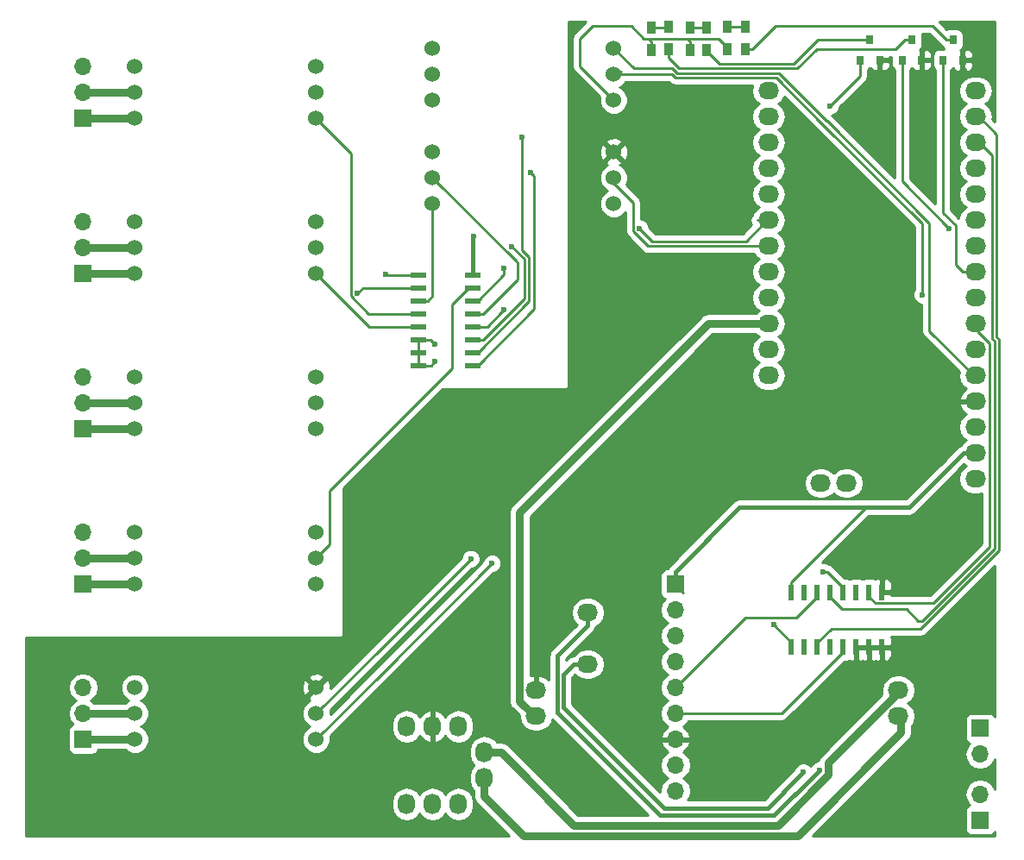
<source format=gbr>
G04 #@! TF.FileFunction,Copper,L1,Top,Signal*
%FSLAX46Y46*%
G04 Gerber Fmt 4.6, Leading zero omitted, Abs format (unit mm)*
G04 Created by KiCad (PCBNEW 4.0.6) date 06/19/17 16:27:19*
%MOMM*%
%LPD*%
G01*
G04 APERTURE LIST*
%ADD10C,0.100000*%
%ADD11O,2.032000X1.727200*%
%ADD12R,1.700000X1.700000*%
%ADD13O,1.700000X1.700000*%
%ADD14C,1.524000*%
%ADD15O,1.727200X2.032000*%
%ADD16R,0.800000X0.900000*%
%ADD17R,0.900000X1.200000*%
%ADD18R,1.500000X0.600000*%
%ADD19R,0.600000X1.500000*%
%ADD20C,0.600000*%
%ADD21C,0.781000*%
%ADD22C,0.250000*%
%ADD23C,0.381000*%
%ADD24C,0.254000*%
G04 APERTURE END LIST*
D10*
D11*
X243840000Y-139954000D03*
X243840000Y-137414000D03*
X208280000Y-137414000D03*
X208280000Y-139954000D03*
X213360000Y-134874000D03*
X213360000Y-129794000D03*
X238760000Y-117094000D03*
X236220000Y-117094000D03*
D12*
X163830000Y-142240000D03*
D13*
X163830000Y-139700000D03*
X163830000Y-137160000D03*
D12*
X163830000Y-111760000D03*
D13*
X163830000Y-109220000D03*
X163830000Y-106680000D03*
D12*
X163830000Y-96520000D03*
D13*
X163830000Y-93980000D03*
X163830000Y-91440000D03*
D12*
X163830000Y-127000000D03*
D13*
X163830000Y-124460000D03*
X163830000Y-121920000D03*
D12*
X163830000Y-81280000D03*
D13*
X163830000Y-78740000D03*
X163830000Y-76200000D03*
D14*
X215900000Y-84590000D03*
X215900000Y-87130000D03*
X215900000Y-89670000D03*
X215900000Y-79510000D03*
X215900000Y-76970000D03*
X215900000Y-74430000D03*
X198120000Y-89670000D03*
X198120000Y-87130000D03*
X198120000Y-84590000D03*
X198120000Y-79510000D03*
X198120000Y-76970000D03*
X198120000Y-74430000D03*
D11*
X251412400Y-116687600D03*
X251412400Y-114147600D03*
X251412400Y-111607600D03*
X251412400Y-109067600D03*
X231092400Y-106527600D03*
X251412400Y-106527600D03*
X231092400Y-103987600D03*
X251412400Y-103987600D03*
X231092400Y-101447600D03*
X251412400Y-101447600D03*
X231092400Y-98907600D03*
X251412400Y-98907600D03*
X231092400Y-96367600D03*
X251412400Y-96367600D03*
X231092400Y-93827600D03*
X251412400Y-93827600D03*
X231092400Y-91287600D03*
X251412400Y-91287600D03*
X231092400Y-88747600D03*
X251412400Y-88747600D03*
X231092400Y-86207600D03*
X251412400Y-86207600D03*
X231092400Y-83667600D03*
X251412400Y-83667600D03*
X231092400Y-81127600D03*
X251412400Y-81127600D03*
X231092400Y-78587600D03*
X251412400Y-78587600D03*
D14*
X186690000Y-111760000D03*
X186690000Y-109220000D03*
X186690000Y-106680000D03*
X168910000Y-111760000D03*
X168910000Y-109220000D03*
X168910000Y-106680000D03*
X186690000Y-96520000D03*
X186690000Y-93980000D03*
X186690000Y-91440000D03*
X168910000Y-96520000D03*
X168910000Y-93980000D03*
X168910000Y-91440000D03*
X186690000Y-127000000D03*
X186690000Y-124460000D03*
X186690000Y-121920000D03*
X168910000Y-127000000D03*
X168910000Y-124460000D03*
X168910000Y-121920000D03*
X186690000Y-81280000D03*
X186690000Y-78740000D03*
X186690000Y-76200000D03*
X168910000Y-81280000D03*
X168910000Y-78740000D03*
X168910000Y-76200000D03*
D15*
X200660000Y-148590000D03*
X198120000Y-148590000D03*
X195580000Y-148590000D03*
X203200000Y-146050000D03*
X203200000Y-143510000D03*
X200660000Y-140970000D03*
X198120000Y-140970000D03*
X195580000Y-140970000D03*
D14*
X186690000Y-142240000D03*
X186690000Y-139700000D03*
X186690000Y-137160000D03*
X168910000Y-142240000D03*
X168910000Y-139700000D03*
X168910000Y-137160000D03*
D12*
X221960000Y-127000000D03*
D13*
X221960000Y-129540000D03*
X221960000Y-132080000D03*
X221960000Y-134620000D03*
X221960000Y-137160000D03*
X221960000Y-139700000D03*
X221960000Y-142240000D03*
X221960000Y-144780000D03*
X221960000Y-147320000D03*
D12*
X251866400Y-150164800D03*
D13*
X251866400Y-147624800D03*
D12*
X251866400Y-141173200D03*
D13*
X251866400Y-143713200D03*
D16*
X248239200Y-75590400D03*
X250139200Y-75590400D03*
X249189200Y-73590400D03*
X244210800Y-75574400D03*
X246110800Y-75574400D03*
X245160800Y-73574400D03*
X240096000Y-75574400D03*
X241996000Y-75574400D03*
X241046000Y-73574400D03*
D17*
X228803200Y-74506000D03*
X228803200Y-72306000D03*
X221284800Y-74539200D03*
X221284800Y-72339200D03*
X225044000Y-74556800D03*
X225044000Y-72356800D03*
X227076000Y-72288400D03*
X227076000Y-74488400D03*
X219608400Y-72356800D03*
X219608400Y-74556800D03*
X223367600Y-72356800D03*
X223367600Y-74556800D03*
D18*
X196690000Y-96647000D03*
X196690000Y-97917000D03*
X196690000Y-99187000D03*
X196690000Y-100457000D03*
X196690000Y-101727000D03*
X196690000Y-102997000D03*
X196690000Y-104267000D03*
X196690000Y-105537000D03*
X202090000Y-105537000D03*
X202090000Y-104267000D03*
X202090000Y-102997000D03*
X202090000Y-101727000D03*
X202090000Y-100457000D03*
X202090000Y-99187000D03*
X202090000Y-97917000D03*
X202090000Y-96647000D03*
D19*
X233349800Y-133205200D03*
X234619800Y-133205200D03*
X235889800Y-133205200D03*
X237159800Y-133205200D03*
X238429800Y-133205200D03*
X239699800Y-133205200D03*
X240969800Y-133205200D03*
X242239800Y-133205200D03*
X242239800Y-127805200D03*
X240969800Y-127805200D03*
X239699800Y-127805200D03*
X238429800Y-127805200D03*
X237159800Y-127805200D03*
X235889800Y-127805200D03*
X234619800Y-127805200D03*
X233349800Y-127805200D03*
D20*
X246837200Y-133197600D03*
X246075200Y-128016000D03*
X246278400Y-86614000D03*
X250342400Y-76657200D03*
X246380000Y-76758800D03*
X242163600Y-76758800D03*
X240665000Y-113030000D03*
X242570000Y-111125000D03*
X243205000Y-115570000D03*
X245110000Y-113665000D03*
X218440000Y-92075000D03*
X246176800Y-98602800D03*
X198374000Y-103428800D03*
X198374000Y-105156000D03*
X202133200Y-92854179D03*
X193512705Y-96637010D03*
X205148139Y-100054963D03*
X190754000Y-98450400D03*
X205130400Y-96012000D03*
X205892400Y-93878400D03*
X206849600Y-83159600D03*
X203962000Y-124968000D03*
X231597200Y-130962400D03*
X201872011Y-124517989D03*
X236423200Y-125780800D03*
X207721200Y-86571200D03*
X234492800Y-145491200D03*
X236067600Y-145288000D03*
X248818400Y-92100400D03*
X237134400Y-80060800D03*
D21*
X168910000Y-142240000D02*
X163830000Y-142240000D01*
X163830000Y-139700000D02*
X168910000Y-139700000D01*
X168910000Y-111760000D02*
X163830000Y-111760000D01*
X163830000Y-109220000D02*
X168910000Y-109220000D01*
X163830000Y-96520000D02*
X168910000Y-96520000D01*
X168910000Y-93980000D02*
X163830000Y-93980000D01*
X163830000Y-127000000D02*
X168910000Y-127000000D01*
X168910000Y-124460000D02*
X163830000Y-124460000D01*
X168910000Y-81280000D02*
X163830000Y-81280000D01*
X163830000Y-78740000D02*
X168910000Y-78740000D01*
D22*
X239699800Y-133205200D02*
X240969800Y-133205200D01*
X240969800Y-133205200D02*
X242239800Y-133205200D01*
X246837200Y-133197600D02*
X242247400Y-133197600D01*
X242247400Y-133197600D02*
X242239800Y-133205200D01*
X242239800Y-127805200D02*
X245864400Y-127805200D01*
X245864400Y-127805200D02*
X246075200Y-128016000D01*
X246380000Y-76758800D02*
X246380000Y-86512400D01*
X246380000Y-86512400D02*
X246278400Y-86614000D01*
X250342400Y-76657200D02*
X250139200Y-76454000D01*
X250139200Y-75590400D02*
X250139200Y-76454000D01*
X246110800Y-75574400D02*
X246110800Y-76489600D01*
X246110800Y-76489600D02*
X246380000Y-76758800D01*
X241996000Y-75574400D02*
X241996000Y-76591200D01*
X241996000Y-76591200D02*
X242163600Y-76758800D01*
X242570000Y-111125000D02*
X240665000Y-113030000D01*
X243205000Y-115570000D02*
X245110000Y-113665000D01*
X249707400Y-109067600D02*
X245110000Y-113665000D01*
X251612400Y-109067600D02*
X249707400Y-109067600D01*
X231092400Y-93827600D02*
X219267596Y-93827600D01*
X219267596Y-93827600D02*
X217805000Y-92365004D01*
X217805000Y-92365004D02*
X217805000Y-89535000D01*
X217805000Y-89535000D02*
X216661999Y-88391999D01*
X216661999Y-88391999D02*
X215900000Y-87630000D01*
X218440000Y-92075000D02*
X219710000Y-93345000D01*
X219710000Y-93345000D02*
X228882600Y-93345000D01*
X228882600Y-93345000D02*
X230940000Y-91287600D01*
X230940000Y-91287600D02*
X231092400Y-91287600D01*
X231292400Y-91287600D02*
X230026400Y-91287600D01*
X231140000Y-91440000D02*
X231292400Y-91287600D01*
D23*
X228247400Y-119481600D02*
X243179600Y-119481600D01*
X243179600Y-119481600D02*
X244881400Y-119481600D01*
D22*
X233349800Y-127805200D02*
X233349800Y-126805200D01*
X233349800Y-126805200D02*
X240673400Y-119481600D01*
X240673400Y-119481600D02*
X243179600Y-119481600D01*
X222765200Y-127805200D02*
X221960000Y-127000000D01*
X226194400Y-73456800D02*
X223113600Y-73456800D01*
X223367600Y-73706800D02*
X223117600Y-73456800D01*
X223113600Y-73456800D02*
X218846400Y-73456800D01*
X223367600Y-74556800D02*
X223367600Y-73706800D01*
X223117600Y-73456800D02*
X223113600Y-73456800D01*
X219608400Y-74556800D02*
X219608400Y-73706800D01*
X219358400Y-73456800D02*
X218846400Y-73456800D01*
X219608400Y-73706800D02*
X219358400Y-73456800D01*
X212598000Y-73456800D02*
X212598000Y-76208000D01*
X212598000Y-76208000D02*
X215900000Y-79510000D01*
X213817200Y-72237600D02*
X212598000Y-73456800D01*
X217627200Y-72237600D02*
X213817200Y-72237600D01*
X218846400Y-73456800D02*
X217627200Y-72237600D01*
X227076000Y-74488400D02*
X227076000Y-74338400D01*
X227076000Y-74338400D02*
X226194400Y-73456800D01*
D23*
X244881400Y-119481600D02*
X248920000Y-115443000D01*
X221960000Y-127000000D02*
X221960000Y-125769000D01*
X221960000Y-125769000D02*
X228247400Y-119481600D01*
X251612400Y-114147600D02*
X250215400Y-114147600D01*
X250215400Y-114147600D02*
X248920000Y-115443000D01*
D22*
X231851200Y-77303222D02*
X221926000Y-77303222D01*
X236384387Y-81838800D02*
X236384387Y-81836409D01*
X236384387Y-81836409D02*
X231851200Y-77303222D01*
X246176800Y-97060936D02*
X246176800Y-98602800D01*
X246176800Y-97060936D02*
X246176800Y-91631213D01*
X246176800Y-91631213D02*
X236384387Y-81838800D01*
X221592778Y-76970000D02*
X216977630Y-76970000D01*
X221926000Y-77303222D02*
X221592778Y-76970000D01*
X216977630Y-76970000D02*
X215900000Y-76970000D01*
X215900000Y-77470000D02*
X216661999Y-76708001D01*
X236834399Y-81565609D02*
X236817598Y-81565609D01*
X236817598Y-81565609D02*
X232105200Y-76853211D01*
X236834399Y-81565609D02*
X246888000Y-91619210D01*
X222112400Y-76853211D02*
X232105200Y-76853211D01*
X215900000Y-74430000D02*
X217866011Y-76396011D01*
X217866011Y-76396011D02*
X221655200Y-76396011D01*
X221655200Y-76396011D02*
X222112400Y-76853211D01*
X246888000Y-91619210D02*
X246888000Y-102155600D01*
X246888000Y-102155600D02*
X251260000Y-106527600D01*
X251260000Y-106527600D02*
X251412400Y-106527600D01*
X251612400Y-106527600D02*
X251460000Y-106527600D01*
X196690000Y-102997000D02*
X197942200Y-102997000D01*
X197942200Y-102997000D02*
X198374000Y-103428800D01*
X196690000Y-105537000D02*
X197993000Y-105537000D01*
X197993000Y-105537000D02*
X198374000Y-105156000D01*
X196690000Y-102997000D02*
X196690000Y-104267000D01*
X196690000Y-104267000D02*
X196690000Y-105537000D01*
D23*
X202090000Y-92897379D02*
X202133200Y-92854179D01*
X202090000Y-96647000D02*
X202090000Y-92897379D01*
D21*
X210820000Y-115824000D02*
X225196400Y-101447600D01*
X225196400Y-101447600D02*
X231092400Y-101447600D01*
X231140000Y-101447600D02*
X231292400Y-101447600D01*
X206673490Y-119970510D02*
X210820000Y-115824000D01*
X208280000Y-139954000D02*
X208127600Y-139954000D01*
X208127600Y-139954000D02*
X206673490Y-138499890D01*
X206673490Y-138499890D02*
X206673490Y-119970510D01*
D22*
X241594801Y-128880201D02*
X240969800Y-128255200D01*
X247242999Y-128880201D02*
X241594801Y-128880201D01*
X252802367Y-123320833D02*
X247242999Y-128880201D01*
X252802367Y-103344219D02*
X252802367Y-123320833D01*
X251612400Y-102154252D02*
X252802367Y-103344219D01*
X240969800Y-128255200D02*
X240969800Y-127805200D01*
X251612400Y-101447600D02*
X251612400Y-102154252D01*
X253252378Y-103157820D02*
X253252378Y-123507233D01*
X251612400Y-83667600D02*
X251764800Y-83667600D01*
X253034800Y-84937600D02*
X253034800Y-102940242D01*
X251764800Y-83667600D02*
X253034800Y-84937600D01*
X245787199Y-130599609D02*
X244625990Y-129438400D01*
X237159800Y-128255200D02*
X237159800Y-127805200D01*
X246160001Y-130599609D02*
X245787199Y-130599609D01*
X253034800Y-102940242D02*
X253252378Y-103157820D01*
X244625990Y-129438400D02*
X238343000Y-129438400D01*
X238343000Y-129438400D02*
X237159800Y-128255200D01*
X253252378Y-123507233D02*
X246160001Y-130599609D01*
X251764800Y-81127600D02*
X253492000Y-82854800D01*
X235889800Y-132755200D02*
X235889800Y-133205200D01*
X246027222Y-131368800D02*
X237276200Y-131368800D01*
X253702389Y-123693633D02*
X246027222Y-131368800D01*
X253492000Y-82854800D02*
X253492000Y-102761030D01*
X253492000Y-102761030D02*
X253702389Y-102971419D01*
X253702389Y-102971419D02*
X253702389Y-123693633D01*
X237276200Y-131368800D02*
X235889800Y-132755200D01*
X251612400Y-81127600D02*
X251764800Y-81127600D01*
X251412400Y-78587600D02*
X251564800Y-78587600D01*
D21*
X203200000Y-146050000D02*
X203200000Y-147847000D01*
X203200000Y-147847000D02*
X207041800Y-151688800D01*
X207041800Y-151688800D02*
X234003800Y-151688800D01*
X234003800Y-151688800D02*
X244094000Y-141598600D01*
X244094000Y-141598600D02*
X244094000Y-139954000D01*
X236958102Y-145715442D02*
X232000744Y-150672800D01*
X232000744Y-150672800D02*
X212007400Y-150672800D01*
X236958102Y-144549898D02*
X236958102Y-145715442D01*
X204844600Y-143510000D02*
X203200000Y-143510000D01*
X244094000Y-137414000D02*
X236958102Y-144549898D01*
X212007400Y-150672800D02*
X204844600Y-143510000D01*
D22*
X193522695Y-96647000D02*
X193512705Y-96637010D01*
X196690000Y-96647000D02*
X193522695Y-96647000D01*
X202090000Y-101727000D02*
X203476102Y-101727000D01*
X203476102Y-101727000D02*
X204848140Y-100354962D01*
X204848140Y-100354962D02*
X205148139Y-100054963D01*
X196690000Y-101727000D02*
X191897000Y-101727000D01*
X191897000Y-101727000D02*
X186690000Y-96520000D01*
X196690000Y-97917000D02*
X191287400Y-97917000D01*
X191287400Y-97917000D02*
X190754000Y-98450400D01*
X202090000Y-97917000D02*
X201640000Y-97917000D01*
X201640000Y-97917000D02*
X199999600Y-99557400D01*
X199999600Y-99557400D02*
X199999600Y-105867200D01*
X199999600Y-105867200D02*
X188010800Y-117856000D01*
X188010800Y-117856000D02*
X188010800Y-123139200D01*
X188010800Y-123139200D02*
X186690000Y-124460000D01*
X195690000Y-100457000D02*
X196690000Y-100457000D01*
X191835596Y-100457000D02*
X195690000Y-100457000D01*
X190128998Y-98750402D02*
X191835596Y-100457000D01*
X186690000Y-81280000D02*
X190128998Y-84718998D01*
X190128998Y-84718998D02*
X190128998Y-98750402D01*
X202090000Y-99187000D02*
X202540000Y-99187000D01*
X202540000Y-99187000D02*
X205130400Y-96596600D01*
X205130400Y-96596600D02*
X205130400Y-96511602D01*
X205130400Y-96511602D02*
X205130400Y-96012000D01*
X207111600Y-95097600D02*
X205892400Y-93878400D01*
X207111600Y-98975400D02*
X207111600Y-95097600D01*
X202090000Y-102997000D02*
X203090000Y-102997000D01*
X203090000Y-102997000D02*
X207111600Y-98975400D01*
X196690000Y-99187000D02*
X197690000Y-99187000D01*
X197690000Y-99187000D02*
X198120000Y-98757000D01*
X198120000Y-98757000D02*
X198120000Y-90747630D01*
X198120000Y-90747630D02*
X198120000Y-89670000D01*
X206451200Y-97095800D02*
X206451200Y-95461200D01*
X206451200Y-95461200D02*
X206341600Y-95351600D01*
X206341600Y-95351600D02*
X198120000Y-87130000D01*
X202090000Y-100457000D02*
X203090000Y-100457000D01*
X203090000Y-100457000D02*
X206451200Y-97095800D01*
X206849600Y-83583864D02*
X206849600Y-83159600D01*
X206849600Y-94199190D02*
X206849600Y-83583864D01*
X207561611Y-94911200D02*
X206849600Y-94199190D01*
X207561611Y-99245389D02*
X207561611Y-94911200D01*
X202540000Y-104267000D02*
X207561611Y-99245389D01*
X202090000Y-104267000D02*
X202540000Y-104267000D01*
X193310000Y-135620000D02*
X203962000Y-124968000D01*
X231597200Y-131002600D02*
X231597200Y-130962400D01*
X233349800Y-133205200D02*
X233349800Y-132755200D01*
X233349800Y-132755200D02*
X231597200Y-131002600D01*
X186690000Y-142240000D02*
X193310000Y-135620000D01*
X193310000Y-133080000D02*
X201872011Y-124517989D01*
X238429800Y-127805200D02*
X238429800Y-127355200D01*
X238429800Y-127355200D02*
X236855400Y-125780800D01*
X236855400Y-125780800D02*
X236423200Y-125780800D01*
X186690000Y-139700000D02*
X193310000Y-133080000D01*
X238429800Y-133205200D02*
X238429800Y-133655200D01*
X238429800Y-133655200D02*
X232385000Y-139700000D01*
X232385000Y-139700000D02*
X223162081Y-139700000D01*
X223162081Y-139700000D02*
X221960000Y-139700000D01*
X235889800Y-128255200D02*
X235889800Y-127805200D01*
X233807602Y-130337398D02*
X235889800Y-128255200D01*
X221960000Y-137160000D02*
X228782602Y-130337398D01*
X228782602Y-130337398D02*
X233807602Y-130337398D01*
X208062422Y-86912422D02*
X208021199Y-86871199D01*
X202090000Y-105537000D02*
X202540000Y-105537000D01*
X202540000Y-105537000D02*
X208062422Y-100014578D01*
X208021199Y-86871199D02*
X207721200Y-86571200D01*
X208062422Y-100014578D02*
X208062422Y-86912422D01*
D23*
X234192801Y-145791199D02*
X234492800Y-145491200D01*
X231009811Y-148974189D02*
X234192801Y-145791199D01*
X220856189Y-148974189D02*
X231009811Y-148974189D01*
X210950189Y-139068189D02*
X220856189Y-148974189D01*
X213360000Y-134874000D02*
X211963000Y-134874000D01*
X210950189Y-135886811D02*
X210950189Y-139068189D01*
X211963000Y-134874000D02*
X210950189Y-135886811D01*
X235767601Y-145587999D02*
X236067600Y-145288000D01*
X210369178Y-134029422D02*
X210369178Y-139604778D01*
X213360000Y-131038600D02*
X210369178Y-134029422D01*
X231648000Y-149707600D02*
X235767601Y-145587999D01*
X220472000Y-149707600D02*
X231648000Y-149707600D01*
X210369178Y-139604778D02*
X220472000Y-149707600D01*
X213360000Y-129794000D02*
X213360000Y-131038600D01*
X238607600Y-117094000D02*
X238760000Y-117094000D01*
D22*
X227076000Y-72288400D02*
X228785600Y-72288400D01*
X228785600Y-72288400D02*
X228803200Y-72306000D01*
X219608400Y-72356800D02*
X221267200Y-72356800D01*
X221267200Y-72356800D02*
X221284800Y-72339200D01*
X223367600Y-72356800D02*
X225044000Y-72356800D01*
X251412400Y-96367600D02*
X250146400Y-96367600D01*
X250146400Y-96367600D02*
X249443402Y-95664602D01*
X249443402Y-95664602D02*
X249443402Y-91800398D01*
X249443402Y-91800398D02*
X248239200Y-90596196D01*
X248239200Y-90596196D02*
X248239200Y-75590400D01*
X251460000Y-96367600D02*
X251612400Y-96367600D01*
X231771600Y-72237600D02*
X247186400Y-72237600D01*
X247186400Y-72237600D02*
X248539200Y-73590400D01*
X248539200Y-73590400D02*
X249189200Y-73590400D01*
X228803200Y-74506000D02*
X229503200Y-74506000D01*
X229503200Y-74506000D02*
X231771600Y-72237600D01*
X244210800Y-75574400D02*
X244210800Y-87492800D01*
X244210800Y-87492800D02*
X248818400Y-92100400D01*
X222298800Y-76403200D02*
X233934000Y-76403200D01*
X243561600Y-74523600D02*
X235813600Y-74523600D01*
X235813600Y-74523600D02*
X233934000Y-76403200D01*
X245160800Y-73574400D02*
X244510800Y-73574400D01*
X244510800Y-73574400D02*
X243561600Y-74523600D01*
X221284800Y-74539200D02*
X221284800Y-75389200D01*
X221284800Y-75389200D02*
X222298800Y-76403200D01*
X240096000Y-77099200D02*
X237134400Y-80060800D01*
X240096000Y-75574400D02*
X240096000Y-77099200D01*
X226283200Y-75946000D02*
X233578400Y-75946000D01*
X233578400Y-75946000D02*
X235950000Y-73574400D01*
X235950000Y-73574400D02*
X241046000Y-73574400D01*
X225044000Y-74556800D02*
X225044000Y-74706800D01*
X225044000Y-74706800D02*
X226283200Y-75946000D01*
D24*
G36*
X212060599Y-72919399D02*
X211895852Y-73165961D01*
X211838000Y-73456800D01*
X211838000Y-76208000D01*
X211895852Y-76498839D01*
X212060599Y-76745401D01*
X214515817Y-79200619D01*
X214503243Y-79230900D01*
X214502758Y-79786661D01*
X214714990Y-80300303D01*
X215107630Y-80693629D01*
X215620900Y-80906757D01*
X216176661Y-80907242D01*
X216690303Y-80695010D01*
X217083629Y-80302370D01*
X217296757Y-79789100D01*
X217297242Y-79233339D01*
X217085010Y-78719697D01*
X216692370Y-78326371D01*
X216484488Y-78240051D01*
X216690303Y-78155010D01*
X217083629Y-77762370D01*
X217097070Y-77730000D01*
X221277976Y-77730000D01*
X221388599Y-77840623D01*
X221635161Y-78005370D01*
X221926000Y-78063222D01*
X229513360Y-78063222D01*
X229409055Y-78587600D01*
X229523129Y-79161089D01*
X229847985Y-79647270D01*
X230162766Y-79857600D01*
X229847985Y-80067930D01*
X229523129Y-80554111D01*
X229409055Y-81127600D01*
X229523129Y-81701089D01*
X229847985Y-82187270D01*
X230162766Y-82397600D01*
X229847985Y-82607930D01*
X229523129Y-83094111D01*
X229409055Y-83667600D01*
X229523129Y-84241089D01*
X229847985Y-84727270D01*
X230162766Y-84937600D01*
X229847985Y-85147930D01*
X229523129Y-85634111D01*
X229409055Y-86207600D01*
X229523129Y-86781089D01*
X229847985Y-87267270D01*
X230162766Y-87477600D01*
X229847985Y-87687930D01*
X229523129Y-88174111D01*
X229409055Y-88747600D01*
X229523129Y-89321089D01*
X229847985Y-89807270D01*
X230162766Y-90017600D01*
X229847985Y-90227930D01*
X229523129Y-90714111D01*
X229520082Y-90729430D01*
X229488999Y-90750199D01*
X229324252Y-90996761D01*
X229266400Y-91287600D01*
X229324252Y-91578439D01*
X229424431Y-91728367D01*
X228567798Y-92585000D01*
X220024802Y-92585000D01*
X219375122Y-91935320D01*
X219375162Y-91889833D01*
X219233117Y-91546057D01*
X218970327Y-91282808D01*
X218626799Y-91140162D01*
X218565000Y-91140108D01*
X218565000Y-89535000D01*
X218507148Y-89244161D01*
X218342401Y-88997599D01*
X217137481Y-87792679D01*
X217296757Y-87409100D01*
X217297242Y-86853339D01*
X217085010Y-86339697D01*
X216692370Y-85946371D01*
X216500273Y-85866605D01*
X216631143Y-85812397D01*
X216700608Y-85570213D01*
X215900000Y-84769605D01*
X215099392Y-85570213D01*
X215168857Y-85812397D01*
X215309318Y-85862509D01*
X215109697Y-85944990D01*
X214716371Y-86337630D01*
X214503243Y-86850900D01*
X214502758Y-87406661D01*
X214714990Y-87920303D01*
X215107630Y-88313629D01*
X215315512Y-88399949D01*
X215109697Y-88484990D01*
X214716371Y-88877630D01*
X214503243Y-89390900D01*
X214502758Y-89946661D01*
X214714990Y-90460303D01*
X215107630Y-90853629D01*
X215620900Y-91066757D01*
X216176661Y-91067242D01*
X216690303Y-90855010D01*
X217045000Y-90500932D01*
X217045000Y-92365004D01*
X217102852Y-92655843D01*
X217267599Y-92902405D01*
X218730195Y-94365001D01*
X218976757Y-94529748D01*
X219267596Y-94587600D01*
X229647752Y-94587600D01*
X229847985Y-94887270D01*
X230162766Y-95097600D01*
X229847985Y-95307930D01*
X229523129Y-95794111D01*
X229409055Y-96367600D01*
X229523129Y-96941089D01*
X229847985Y-97427270D01*
X230162766Y-97637600D01*
X229847985Y-97847930D01*
X229523129Y-98334111D01*
X229409055Y-98907600D01*
X229523129Y-99481089D01*
X229847985Y-99967270D01*
X230162766Y-100177600D01*
X229847985Y-100387930D01*
X229825153Y-100422100D01*
X225196400Y-100422100D01*
X224803958Y-100500162D01*
X224523437Y-100687600D01*
X224471262Y-100722462D01*
X205948352Y-119245372D01*
X205726052Y-119578068D01*
X205647990Y-119970510D01*
X205647990Y-138499890D01*
X205726052Y-138892332D01*
X205906638Y-139162599D01*
X205948352Y-139225028D01*
X206610039Y-139886715D01*
X206596655Y-139954000D01*
X206710729Y-140527489D01*
X207035585Y-141013670D01*
X207521766Y-141338526D01*
X208095255Y-141452600D01*
X208464745Y-141452600D01*
X209038234Y-141338526D01*
X209524415Y-141013670D01*
X209849271Y-140527489D01*
X209894927Y-140297961D01*
X219244266Y-149647300D01*
X212432176Y-149647300D01*
X205569738Y-142784862D01*
X205398792Y-142670640D01*
X205237042Y-142562562D01*
X204844600Y-142484500D01*
X204405944Y-142484500D01*
X204259670Y-142265585D01*
X203773489Y-141940729D01*
X203200000Y-141826655D01*
X202626511Y-141940729D01*
X202140330Y-142265585D01*
X201815474Y-142751766D01*
X201701400Y-143325255D01*
X201701400Y-143694745D01*
X201815474Y-144268234D01*
X202140330Y-144754415D01*
X202178621Y-144780000D01*
X202140330Y-144805585D01*
X201815474Y-145291766D01*
X201701400Y-145865255D01*
X201701400Y-146234745D01*
X201815474Y-146808234D01*
X202140330Y-147294415D01*
X202174500Y-147317247D01*
X202174500Y-147847000D01*
X202252562Y-148239442D01*
X202339834Y-148370054D01*
X202474862Y-148572138D01*
X205592724Y-151690000D01*
X158190000Y-151690000D01*
X158190000Y-148405255D01*
X194081400Y-148405255D01*
X194081400Y-148774745D01*
X194195474Y-149348234D01*
X194520330Y-149834415D01*
X195006511Y-150159271D01*
X195580000Y-150273345D01*
X196153489Y-150159271D01*
X196639670Y-149834415D01*
X196850000Y-149519634D01*
X197060330Y-149834415D01*
X197546511Y-150159271D01*
X198120000Y-150273345D01*
X198693489Y-150159271D01*
X199179670Y-149834415D01*
X199390000Y-149519634D01*
X199600330Y-149834415D01*
X200086511Y-150159271D01*
X200660000Y-150273345D01*
X201233489Y-150159271D01*
X201719670Y-149834415D01*
X202044526Y-149348234D01*
X202158600Y-148774745D01*
X202158600Y-148405255D01*
X202044526Y-147831766D01*
X201719670Y-147345585D01*
X201233489Y-147020729D01*
X200660000Y-146906655D01*
X200086511Y-147020729D01*
X199600330Y-147345585D01*
X199390000Y-147660366D01*
X199179670Y-147345585D01*
X198693489Y-147020729D01*
X198120000Y-146906655D01*
X197546511Y-147020729D01*
X197060330Y-147345585D01*
X196850000Y-147660366D01*
X196639670Y-147345585D01*
X196153489Y-147020729D01*
X195580000Y-146906655D01*
X195006511Y-147020729D01*
X194520330Y-147345585D01*
X194195474Y-147831766D01*
X194081400Y-148405255D01*
X158190000Y-148405255D01*
X158190000Y-137160000D01*
X162315907Y-137160000D01*
X162428946Y-137728285D01*
X162750853Y-138210054D01*
X163080026Y-138430000D01*
X162750853Y-138649946D01*
X162428946Y-139131715D01*
X162315907Y-139700000D01*
X162428946Y-140268285D01*
X162750853Y-140750054D01*
X162792452Y-140777850D01*
X162744683Y-140786838D01*
X162528559Y-140925910D01*
X162383569Y-141138110D01*
X162332560Y-141390000D01*
X162332560Y-143090000D01*
X162376838Y-143325317D01*
X162515910Y-143541441D01*
X162728110Y-143686431D01*
X162980000Y-143737440D01*
X164680000Y-143737440D01*
X164915317Y-143693162D01*
X165131441Y-143554090D01*
X165276431Y-143341890D01*
X165291900Y-143265500D01*
X167959777Y-143265500D01*
X168117630Y-143423629D01*
X168630900Y-143636757D01*
X169186661Y-143637242D01*
X169700303Y-143425010D01*
X170093629Y-143032370D01*
X170306757Y-142519100D01*
X170307242Y-141963339D01*
X170095010Y-141449697D01*
X169702370Y-141056371D01*
X169494488Y-140970051D01*
X169700303Y-140885010D01*
X170093629Y-140492370D01*
X170306757Y-139979100D01*
X170306759Y-139976661D01*
X185292758Y-139976661D01*
X185504990Y-140490303D01*
X185897630Y-140883629D01*
X186105512Y-140969949D01*
X185899697Y-141054990D01*
X185506371Y-141447630D01*
X185293243Y-141960900D01*
X185292758Y-142516661D01*
X185504990Y-143030303D01*
X185897630Y-143423629D01*
X186410900Y-143636757D01*
X186966661Y-143637242D01*
X187480303Y-143425010D01*
X187873629Y-143032370D01*
X188086757Y-142519100D01*
X188087242Y-141963339D01*
X188073857Y-141930945D01*
X189219547Y-140785255D01*
X194081400Y-140785255D01*
X194081400Y-141154745D01*
X194195474Y-141728234D01*
X194520330Y-142214415D01*
X195006511Y-142539271D01*
X195580000Y-142653345D01*
X196153489Y-142539271D01*
X196639670Y-142214415D01*
X196846461Y-141904931D01*
X197217964Y-142320732D01*
X197745209Y-142574709D01*
X197760974Y-142577358D01*
X197993000Y-142456217D01*
X197993000Y-141097000D01*
X197973000Y-141097000D01*
X197973000Y-140843000D01*
X197993000Y-140843000D01*
X197993000Y-139483783D01*
X198247000Y-139483783D01*
X198247000Y-140843000D01*
X198267000Y-140843000D01*
X198267000Y-141097000D01*
X198247000Y-141097000D01*
X198247000Y-142456217D01*
X198479026Y-142577358D01*
X198494791Y-142574709D01*
X199022036Y-142320732D01*
X199393539Y-141904931D01*
X199600330Y-142214415D01*
X200086511Y-142539271D01*
X200660000Y-142653345D01*
X201233489Y-142539271D01*
X201719670Y-142214415D01*
X202044526Y-141728234D01*
X202158600Y-141154745D01*
X202158600Y-140785255D01*
X202044526Y-140211766D01*
X201719670Y-139725585D01*
X201233489Y-139400729D01*
X200660000Y-139286655D01*
X200086511Y-139400729D01*
X199600330Y-139725585D01*
X199393539Y-140035069D01*
X199022036Y-139619268D01*
X198494791Y-139365291D01*
X198479026Y-139362642D01*
X198247000Y-139483783D01*
X197993000Y-139483783D01*
X197760974Y-139362642D01*
X197745209Y-139365291D01*
X197217964Y-139619268D01*
X196846461Y-140035069D01*
X196639670Y-139725585D01*
X196153489Y-139400729D01*
X195580000Y-139286655D01*
X195006511Y-139400729D01*
X194520330Y-139725585D01*
X194195474Y-140211766D01*
X194081400Y-140785255D01*
X189219547Y-140785255D01*
X204101680Y-125903122D01*
X204147167Y-125903162D01*
X204490943Y-125761117D01*
X204754192Y-125498327D01*
X204896838Y-125154799D01*
X204897162Y-124782833D01*
X204755117Y-124439057D01*
X204492327Y-124175808D01*
X204148799Y-124033162D01*
X203776833Y-124032838D01*
X203433057Y-124174883D01*
X203169808Y-124437673D01*
X203027162Y-124781201D01*
X203027121Y-124828077D01*
X188086941Y-139768257D01*
X188087242Y-139423339D01*
X188073857Y-139390945D01*
X202011691Y-125453111D01*
X202057178Y-125453151D01*
X202400954Y-125311106D01*
X202664203Y-125048316D01*
X202806849Y-124704788D01*
X202807173Y-124332822D01*
X202665128Y-123989046D01*
X202402338Y-123725797D01*
X202058810Y-123583151D01*
X201686844Y-123582827D01*
X201343068Y-123724872D01*
X201079819Y-123987662D01*
X200937173Y-124331190D01*
X200937132Y-124378066D01*
X188091916Y-137223282D01*
X188071362Y-136812632D01*
X187912397Y-136428857D01*
X187670213Y-136359392D01*
X186869605Y-137160000D01*
X186883748Y-137174143D01*
X186704143Y-137353748D01*
X186690000Y-137339605D01*
X185889392Y-138140213D01*
X185958857Y-138382397D01*
X186099318Y-138432509D01*
X185899697Y-138514990D01*
X185506371Y-138907630D01*
X185293243Y-139420900D01*
X185292758Y-139976661D01*
X170306759Y-139976661D01*
X170307242Y-139423339D01*
X170095010Y-138909697D01*
X169702370Y-138516371D01*
X169494488Y-138430051D01*
X169700303Y-138345010D01*
X170093629Y-137952370D01*
X170306757Y-137439100D01*
X170307181Y-136952302D01*
X185280856Y-136952302D01*
X185308638Y-137507368D01*
X185467603Y-137891143D01*
X185709787Y-137960608D01*
X186510395Y-137160000D01*
X185709787Y-136359392D01*
X185467603Y-136428857D01*
X185280856Y-136952302D01*
X170307181Y-136952302D01*
X170307242Y-136883339D01*
X170095010Y-136369697D01*
X169905432Y-136179787D01*
X185889392Y-136179787D01*
X186690000Y-136980395D01*
X187490608Y-136179787D01*
X187421143Y-135937603D01*
X186897698Y-135750856D01*
X186342632Y-135778638D01*
X185958857Y-135937603D01*
X185889392Y-136179787D01*
X169905432Y-136179787D01*
X169702370Y-135976371D01*
X169189100Y-135763243D01*
X168633339Y-135762758D01*
X168119697Y-135974990D01*
X167726371Y-136367630D01*
X167513243Y-136880900D01*
X167512758Y-137436661D01*
X167724990Y-137950303D01*
X168117630Y-138343629D01*
X168325512Y-138429949D01*
X168119697Y-138514990D01*
X167959908Y-138674500D01*
X164925553Y-138674500D01*
X164909147Y-138649946D01*
X164579974Y-138430000D01*
X164909147Y-138210054D01*
X165231054Y-137728285D01*
X165344093Y-137160000D01*
X165231054Y-136591715D01*
X164909147Y-136109946D01*
X164427378Y-135788039D01*
X163859093Y-135675000D01*
X163800907Y-135675000D01*
X163232622Y-135788039D01*
X162750853Y-136109946D01*
X162428946Y-136591715D01*
X162315907Y-137160000D01*
X158190000Y-137160000D01*
X158190000Y-132207000D01*
X189230000Y-132207000D01*
X189279410Y-132196994D01*
X189321035Y-132168553D01*
X189348315Y-132126159D01*
X189357000Y-132080000D01*
X189357000Y-117584602D01*
X199118602Y-107823000D01*
X211328000Y-107823000D01*
X211377410Y-107812994D01*
X211419035Y-107784553D01*
X211446315Y-107742159D01*
X211455000Y-107696000D01*
X211455000Y-84382302D01*
X214490856Y-84382302D01*
X214518638Y-84937368D01*
X214677603Y-85321143D01*
X214919787Y-85390608D01*
X215720395Y-84590000D01*
X216079605Y-84590000D01*
X216880213Y-85390608D01*
X217122397Y-85321143D01*
X217309144Y-84797698D01*
X217281362Y-84242632D01*
X217122397Y-83858857D01*
X216880213Y-83789392D01*
X216079605Y-84590000D01*
X215720395Y-84590000D01*
X214919787Y-83789392D01*
X214677603Y-83858857D01*
X214490856Y-84382302D01*
X211455000Y-84382302D01*
X211455000Y-83609787D01*
X215099392Y-83609787D01*
X215900000Y-84410395D01*
X216700608Y-83609787D01*
X216631143Y-83367603D01*
X216107698Y-83180856D01*
X215552632Y-83208638D01*
X215168857Y-83367603D01*
X215099392Y-83609787D01*
X211455000Y-83609787D01*
X211455000Y-71830000D01*
X213149998Y-71830000D01*
X212060599Y-72919399D01*
X212060599Y-72919399D01*
G37*
X212060599Y-72919399D02*
X211895852Y-73165961D01*
X211838000Y-73456800D01*
X211838000Y-76208000D01*
X211895852Y-76498839D01*
X212060599Y-76745401D01*
X214515817Y-79200619D01*
X214503243Y-79230900D01*
X214502758Y-79786661D01*
X214714990Y-80300303D01*
X215107630Y-80693629D01*
X215620900Y-80906757D01*
X216176661Y-80907242D01*
X216690303Y-80695010D01*
X217083629Y-80302370D01*
X217296757Y-79789100D01*
X217297242Y-79233339D01*
X217085010Y-78719697D01*
X216692370Y-78326371D01*
X216484488Y-78240051D01*
X216690303Y-78155010D01*
X217083629Y-77762370D01*
X217097070Y-77730000D01*
X221277976Y-77730000D01*
X221388599Y-77840623D01*
X221635161Y-78005370D01*
X221926000Y-78063222D01*
X229513360Y-78063222D01*
X229409055Y-78587600D01*
X229523129Y-79161089D01*
X229847985Y-79647270D01*
X230162766Y-79857600D01*
X229847985Y-80067930D01*
X229523129Y-80554111D01*
X229409055Y-81127600D01*
X229523129Y-81701089D01*
X229847985Y-82187270D01*
X230162766Y-82397600D01*
X229847985Y-82607930D01*
X229523129Y-83094111D01*
X229409055Y-83667600D01*
X229523129Y-84241089D01*
X229847985Y-84727270D01*
X230162766Y-84937600D01*
X229847985Y-85147930D01*
X229523129Y-85634111D01*
X229409055Y-86207600D01*
X229523129Y-86781089D01*
X229847985Y-87267270D01*
X230162766Y-87477600D01*
X229847985Y-87687930D01*
X229523129Y-88174111D01*
X229409055Y-88747600D01*
X229523129Y-89321089D01*
X229847985Y-89807270D01*
X230162766Y-90017600D01*
X229847985Y-90227930D01*
X229523129Y-90714111D01*
X229520082Y-90729430D01*
X229488999Y-90750199D01*
X229324252Y-90996761D01*
X229266400Y-91287600D01*
X229324252Y-91578439D01*
X229424431Y-91728367D01*
X228567798Y-92585000D01*
X220024802Y-92585000D01*
X219375122Y-91935320D01*
X219375162Y-91889833D01*
X219233117Y-91546057D01*
X218970327Y-91282808D01*
X218626799Y-91140162D01*
X218565000Y-91140108D01*
X218565000Y-89535000D01*
X218507148Y-89244161D01*
X218342401Y-88997599D01*
X217137481Y-87792679D01*
X217296757Y-87409100D01*
X217297242Y-86853339D01*
X217085010Y-86339697D01*
X216692370Y-85946371D01*
X216500273Y-85866605D01*
X216631143Y-85812397D01*
X216700608Y-85570213D01*
X215900000Y-84769605D01*
X215099392Y-85570213D01*
X215168857Y-85812397D01*
X215309318Y-85862509D01*
X215109697Y-85944990D01*
X214716371Y-86337630D01*
X214503243Y-86850900D01*
X214502758Y-87406661D01*
X214714990Y-87920303D01*
X215107630Y-88313629D01*
X215315512Y-88399949D01*
X215109697Y-88484990D01*
X214716371Y-88877630D01*
X214503243Y-89390900D01*
X214502758Y-89946661D01*
X214714990Y-90460303D01*
X215107630Y-90853629D01*
X215620900Y-91066757D01*
X216176661Y-91067242D01*
X216690303Y-90855010D01*
X217045000Y-90500932D01*
X217045000Y-92365004D01*
X217102852Y-92655843D01*
X217267599Y-92902405D01*
X218730195Y-94365001D01*
X218976757Y-94529748D01*
X219267596Y-94587600D01*
X229647752Y-94587600D01*
X229847985Y-94887270D01*
X230162766Y-95097600D01*
X229847985Y-95307930D01*
X229523129Y-95794111D01*
X229409055Y-96367600D01*
X229523129Y-96941089D01*
X229847985Y-97427270D01*
X230162766Y-97637600D01*
X229847985Y-97847930D01*
X229523129Y-98334111D01*
X229409055Y-98907600D01*
X229523129Y-99481089D01*
X229847985Y-99967270D01*
X230162766Y-100177600D01*
X229847985Y-100387930D01*
X229825153Y-100422100D01*
X225196400Y-100422100D01*
X224803958Y-100500162D01*
X224523437Y-100687600D01*
X224471262Y-100722462D01*
X205948352Y-119245372D01*
X205726052Y-119578068D01*
X205647990Y-119970510D01*
X205647990Y-138499890D01*
X205726052Y-138892332D01*
X205906638Y-139162599D01*
X205948352Y-139225028D01*
X206610039Y-139886715D01*
X206596655Y-139954000D01*
X206710729Y-140527489D01*
X207035585Y-141013670D01*
X207521766Y-141338526D01*
X208095255Y-141452600D01*
X208464745Y-141452600D01*
X209038234Y-141338526D01*
X209524415Y-141013670D01*
X209849271Y-140527489D01*
X209894927Y-140297961D01*
X219244266Y-149647300D01*
X212432176Y-149647300D01*
X205569738Y-142784862D01*
X205398792Y-142670640D01*
X205237042Y-142562562D01*
X204844600Y-142484500D01*
X204405944Y-142484500D01*
X204259670Y-142265585D01*
X203773489Y-141940729D01*
X203200000Y-141826655D01*
X202626511Y-141940729D01*
X202140330Y-142265585D01*
X201815474Y-142751766D01*
X201701400Y-143325255D01*
X201701400Y-143694745D01*
X201815474Y-144268234D01*
X202140330Y-144754415D01*
X202178621Y-144780000D01*
X202140330Y-144805585D01*
X201815474Y-145291766D01*
X201701400Y-145865255D01*
X201701400Y-146234745D01*
X201815474Y-146808234D01*
X202140330Y-147294415D01*
X202174500Y-147317247D01*
X202174500Y-147847000D01*
X202252562Y-148239442D01*
X202339834Y-148370054D01*
X202474862Y-148572138D01*
X205592724Y-151690000D01*
X158190000Y-151690000D01*
X158190000Y-148405255D01*
X194081400Y-148405255D01*
X194081400Y-148774745D01*
X194195474Y-149348234D01*
X194520330Y-149834415D01*
X195006511Y-150159271D01*
X195580000Y-150273345D01*
X196153489Y-150159271D01*
X196639670Y-149834415D01*
X196850000Y-149519634D01*
X197060330Y-149834415D01*
X197546511Y-150159271D01*
X198120000Y-150273345D01*
X198693489Y-150159271D01*
X199179670Y-149834415D01*
X199390000Y-149519634D01*
X199600330Y-149834415D01*
X200086511Y-150159271D01*
X200660000Y-150273345D01*
X201233489Y-150159271D01*
X201719670Y-149834415D01*
X202044526Y-149348234D01*
X202158600Y-148774745D01*
X202158600Y-148405255D01*
X202044526Y-147831766D01*
X201719670Y-147345585D01*
X201233489Y-147020729D01*
X200660000Y-146906655D01*
X200086511Y-147020729D01*
X199600330Y-147345585D01*
X199390000Y-147660366D01*
X199179670Y-147345585D01*
X198693489Y-147020729D01*
X198120000Y-146906655D01*
X197546511Y-147020729D01*
X197060330Y-147345585D01*
X196850000Y-147660366D01*
X196639670Y-147345585D01*
X196153489Y-147020729D01*
X195580000Y-146906655D01*
X195006511Y-147020729D01*
X194520330Y-147345585D01*
X194195474Y-147831766D01*
X194081400Y-148405255D01*
X158190000Y-148405255D01*
X158190000Y-137160000D01*
X162315907Y-137160000D01*
X162428946Y-137728285D01*
X162750853Y-138210054D01*
X163080026Y-138430000D01*
X162750853Y-138649946D01*
X162428946Y-139131715D01*
X162315907Y-139700000D01*
X162428946Y-140268285D01*
X162750853Y-140750054D01*
X162792452Y-140777850D01*
X162744683Y-140786838D01*
X162528559Y-140925910D01*
X162383569Y-141138110D01*
X162332560Y-141390000D01*
X162332560Y-143090000D01*
X162376838Y-143325317D01*
X162515910Y-143541441D01*
X162728110Y-143686431D01*
X162980000Y-143737440D01*
X164680000Y-143737440D01*
X164915317Y-143693162D01*
X165131441Y-143554090D01*
X165276431Y-143341890D01*
X165291900Y-143265500D01*
X167959777Y-143265500D01*
X168117630Y-143423629D01*
X168630900Y-143636757D01*
X169186661Y-143637242D01*
X169700303Y-143425010D01*
X170093629Y-143032370D01*
X170306757Y-142519100D01*
X170307242Y-141963339D01*
X170095010Y-141449697D01*
X169702370Y-141056371D01*
X169494488Y-140970051D01*
X169700303Y-140885010D01*
X170093629Y-140492370D01*
X170306757Y-139979100D01*
X170306759Y-139976661D01*
X185292758Y-139976661D01*
X185504990Y-140490303D01*
X185897630Y-140883629D01*
X186105512Y-140969949D01*
X185899697Y-141054990D01*
X185506371Y-141447630D01*
X185293243Y-141960900D01*
X185292758Y-142516661D01*
X185504990Y-143030303D01*
X185897630Y-143423629D01*
X186410900Y-143636757D01*
X186966661Y-143637242D01*
X187480303Y-143425010D01*
X187873629Y-143032370D01*
X188086757Y-142519100D01*
X188087242Y-141963339D01*
X188073857Y-141930945D01*
X189219547Y-140785255D01*
X194081400Y-140785255D01*
X194081400Y-141154745D01*
X194195474Y-141728234D01*
X194520330Y-142214415D01*
X195006511Y-142539271D01*
X195580000Y-142653345D01*
X196153489Y-142539271D01*
X196639670Y-142214415D01*
X196846461Y-141904931D01*
X197217964Y-142320732D01*
X197745209Y-142574709D01*
X197760974Y-142577358D01*
X197993000Y-142456217D01*
X197993000Y-141097000D01*
X197973000Y-141097000D01*
X197973000Y-140843000D01*
X197993000Y-140843000D01*
X197993000Y-139483783D01*
X198247000Y-139483783D01*
X198247000Y-140843000D01*
X198267000Y-140843000D01*
X198267000Y-141097000D01*
X198247000Y-141097000D01*
X198247000Y-142456217D01*
X198479026Y-142577358D01*
X198494791Y-142574709D01*
X199022036Y-142320732D01*
X199393539Y-141904931D01*
X199600330Y-142214415D01*
X200086511Y-142539271D01*
X200660000Y-142653345D01*
X201233489Y-142539271D01*
X201719670Y-142214415D01*
X202044526Y-141728234D01*
X202158600Y-141154745D01*
X202158600Y-140785255D01*
X202044526Y-140211766D01*
X201719670Y-139725585D01*
X201233489Y-139400729D01*
X200660000Y-139286655D01*
X200086511Y-139400729D01*
X199600330Y-139725585D01*
X199393539Y-140035069D01*
X199022036Y-139619268D01*
X198494791Y-139365291D01*
X198479026Y-139362642D01*
X198247000Y-139483783D01*
X197993000Y-139483783D01*
X197760974Y-139362642D01*
X197745209Y-139365291D01*
X197217964Y-139619268D01*
X196846461Y-140035069D01*
X196639670Y-139725585D01*
X196153489Y-139400729D01*
X195580000Y-139286655D01*
X195006511Y-139400729D01*
X194520330Y-139725585D01*
X194195474Y-140211766D01*
X194081400Y-140785255D01*
X189219547Y-140785255D01*
X204101680Y-125903122D01*
X204147167Y-125903162D01*
X204490943Y-125761117D01*
X204754192Y-125498327D01*
X204896838Y-125154799D01*
X204897162Y-124782833D01*
X204755117Y-124439057D01*
X204492327Y-124175808D01*
X204148799Y-124033162D01*
X203776833Y-124032838D01*
X203433057Y-124174883D01*
X203169808Y-124437673D01*
X203027162Y-124781201D01*
X203027121Y-124828077D01*
X188086941Y-139768257D01*
X188087242Y-139423339D01*
X188073857Y-139390945D01*
X202011691Y-125453111D01*
X202057178Y-125453151D01*
X202400954Y-125311106D01*
X202664203Y-125048316D01*
X202806849Y-124704788D01*
X202807173Y-124332822D01*
X202665128Y-123989046D01*
X202402338Y-123725797D01*
X202058810Y-123583151D01*
X201686844Y-123582827D01*
X201343068Y-123724872D01*
X201079819Y-123987662D01*
X200937173Y-124331190D01*
X200937132Y-124378066D01*
X188091916Y-137223282D01*
X188071362Y-136812632D01*
X187912397Y-136428857D01*
X187670213Y-136359392D01*
X186869605Y-137160000D01*
X186883748Y-137174143D01*
X186704143Y-137353748D01*
X186690000Y-137339605D01*
X185889392Y-138140213D01*
X185958857Y-138382397D01*
X186099318Y-138432509D01*
X185899697Y-138514990D01*
X185506371Y-138907630D01*
X185293243Y-139420900D01*
X185292758Y-139976661D01*
X170306759Y-139976661D01*
X170307242Y-139423339D01*
X170095010Y-138909697D01*
X169702370Y-138516371D01*
X169494488Y-138430051D01*
X169700303Y-138345010D01*
X170093629Y-137952370D01*
X170306757Y-137439100D01*
X170307181Y-136952302D01*
X185280856Y-136952302D01*
X185308638Y-137507368D01*
X185467603Y-137891143D01*
X185709787Y-137960608D01*
X186510395Y-137160000D01*
X185709787Y-136359392D01*
X185467603Y-136428857D01*
X185280856Y-136952302D01*
X170307181Y-136952302D01*
X170307242Y-136883339D01*
X170095010Y-136369697D01*
X169905432Y-136179787D01*
X185889392Y-136179787D01*
X186690000Y-136980395D01*
X187490608Y-136179787D01*
X187421143Y-135937603D01*
X186897698Y-135750856D01*
X186342632Y-135778638D01*
X185958857Y-135937603D01*
X185889392Y-136179787D01*
X169905432Y-136179787D01*
X169702370Y-135976371D01*
X169189100Y-135763243D01*
X168633339Y-135762758D01*
X168119697Y-135974990D01*
X167726371Y-136367630D01*
X167513243Y-136880900D01*
X167512758Y-137436661D01*
X167724990Y-137950303D01*
X168117630Y-138343629D01*
X168325512Y-138429949D01*
X168119697Y-138514990D01*
X167959908Y-138674500D01*
X164925553Y-138674500D01*
X164909147Y-138649946D01*
X164579974Y-138430000D01*
X164909147Y-138210054D01*
X165231054Y-137728285D01*
X165344093Y-137160000D01*
X165231054Y-136591715D01*
X164909147Y-136109946D01*
X164427378Y-135788039D01*
X163859093Y-135675000D01*
X163800907Y-135675000D01*
X163232622Y-135788039D01*
X162750853Y-136109946D01*
X162428946Y-136591715D01*
X162315907Y-137160000D01*
X158190000Y-137160000D01*
X158190000Y-132207000D01*
X189230000Y-132207000D01*
X189279410Y-132196994D01*
X189321035Y-132168553D01*
X189348315Y-132126159D01*
X189357000Y-132080000D01*
X189357000Y-117584602D01*
X199118602Y-107823000D01*
X211328000Y-107823000D01*
X211377410Y-107812994D01*
X211419035Y-107784553D01*
X211446315Y-107742159D01*
X211455000Y-107696000D01*
X211455000Y-84382302D01*
X214490856Y-84382302D01*
X214518638Y-84937368D01*
X214677603Y-85321143D01*
X214919787Y-85390608D01*
X215720395Y-84590000D01*
X216079605Y-84590000D01*
X216880213Y-85390608D01*
X217122397Y-85321143D01*
X217309144Y-84797698D01*
X217281362Y-84242632D01*
X217122397Y-83858857D01*
X216880213Y-83789392D01*
X216079605Y-84590000D01*
X215720395Y-84590000D01*
X214919787Y-83789392D01*
X214677603Y-83858857D01*
X214490856Y-84382302D01*
X211455000Y-84382302D01*
X211455000Y-83609787D01*
X215099392Y-83609787D01*
X215900000Y-84410395D01*
X216700608Y-83609787D01*
X216631143Y-83367603D01*
X216107698Y-83180856D01*
X215552632Y-83208638D01*
X215168857Y-83367603D01*
X215099392Y-83609787D01*
X211455000Y-83609787D01*
X211455000Y-71830000D01*
X213149998Y-71830000D01*
X212060599Y-72919399D01*
G36*
X235842171Y-82368995D02*
X235846986Y-82376201D01*
X245416800Y-91946015D01*
X245416800Y-98040337D01*
X245384608Y-98072473D01*
X245241962Y-98416001D01*
X245241638Y-98787967D01*
X245383683Y-99131743D01*
X245646473Y-99394992D01*
X245990001Y-99537638D01*
X246128000Y-99537758D01*
X246128000Y-102155600D01*
X246185852Y-102446439D01*
X246350599Y-102693001D01*
X249804734Y-106147136D01*
X249729055Y-106527600D01*
X249843129Y-107101089D01*
X250167985Y-107587270D01*
X250477469Y-107794061D01*
X250061668Y-108165564D01*
X249807691Y-108692809D01*
X249805042Y-108708574D01*
X249926183Y-108940600D01*
X251285400Y-108940600D01*
X251285400Y-108920600D01*
X251539400Y-108920600D01*
X251539400Y-108940600D01*
X251559400Y-108940600D01*
X251559400Y-109194600D01*
X251539400Y-109194600D01*
X251539400Y-109214600D01*
X251285400Y-109214600D01*
X251285400Y-109194600D01*
X249926183Y-109194600D01*
X249805042Y-109426626D01*
X249807691Y-109442391D01*
X250061668Y-109969636D01*
X250477469Y-110341139D01*
X250167985Y-110547930D01*
X249843129Y-111034111D01*
X249729055Y-111607600D01*
X249843129Y-112181089D01*
X250167985Y-112667270D01*
X250482766Y-112877600D01*
X250167985Y-113087930D01*
X249980266Y-113368871D01*
X249899494Y-113384937D01*
X249792224Y-113456613D01*
X249631683Y-113563883D01*
X249631681Y-113563886D01*
X248336283Y-114859283D01*
X244539466Y-118656100D01*
X228247400Y-118656100D01*
X227931495Y-118718937D01*
X227663683Y-118897883D01*
X227663681Y-118897886D01*
X221376283Y-125185283D01*
X221197337Y-125453094D01*
X221187498Y-125502560D01*
X221110000Y-125502560D01*
X220874683Y-125546838D01*
X220658559Y-125685910D01*
X220513569Y-125898110D01*
X220462560Y-126150000D01*
X220462560Y-127850000D01*
X220506838Y-128085317D01*
X220645910Y-128301441D01*
X220858110Y-128446431D01*
X220925541Y-128460086D01*
X220880853Y-128489946D01*
X220558946Y-128971715D01*
X220445907Y-129540000D01*
X220558946Y-130108285D01*
X220880853Y-130590054D01*
X221210026Y-130810000D01*
X220880853Y-131029946D01*
X220558946Y-131511715D01*
X220445907Y-132080000D01*
X220558946Y-132648285D01*
X220880853Y-133130054D01*
X221210026Y-133350000D01*
X220880853Y-133569946D01*
X220558946Y-134051715D01*
X220445907Y-134620000D01*
X220558946Y-135188285D01*
X220880853Y-135670054D01*
X221210026Y-135890000D01*
X220880853Y-136109946D01*
X220558946Y-136591715D01*
X220445907Y-137160000D01*
X220558946Y-137728285D01*
X220880853Y-138210054D01*
X221210026Y-138430000D01*
X220880853Y-138649946D01*
X220558946Y-139131715D01*
X220445907Y-139700000D01*
X220558946Y-140268285D01*
X220880853Y-140750054D01*
X221221553Y-140977702D01*
X221078642Y-141044817D01*
X220688355Y-141473076D01*
X220518524Y-141883110D01*
X220639845Y-142113000D01*
X221833000Y-142113000D01*
X221833000Y-142093000D01*
X222087000Y-142093000D01*
X222087000Y-142113000D01*
X223280155Y-142113000D01*
X223401476Y-141883110D01*
X223231645Y-141473076D01*
X222841358Y-141044817D01*
X222698447Y-140977702D01*
X223039147Y-140750054D01*
X223232954Y-140460000D01*
X232385000Y-140460000D01*
X232675839Y-140402148D01*
X232922401Y-140237401D01*
X238557162Y-134602640D01*
X238729800Y-134602640D01*
X238965117Y-134558362D01*
X239055780Y-134500022D01*
X239273490Y-134590200D01*
X239414050Y-134590200D01*
X239572800Y-134431450D01*
X239572800Y-133332200D01*
X239826800Y-133332200D01*
X239826800Y-134431450D01*
X239985550Y-134590200D01*
X240126110Y-134590200D01*
X240334800Y-134503758D01*
X240543490Y-134590200D01*
X240684050Y-134590200D01*
X240842800Y-134431450D01*
X240842800Y-133332200D01*
X241096800Y-133332200D01*
X241096800Y-134431450D01*
X241255550Y-134590200D01*
X241396110Y-134590200D01*
X241604800Y-134503758D01*
X241813490Y-134590200D01*
X241954050Y-134590200D01*
X242112800Y-134431450D01*
X242112800Y-133332200D01*
X242366800Y-133332200D01*
X242366800Y-134431450D01*
X242525550Y-134590200D01*
X242666110Y-134590200D01*
X242899499Y-134493527D01*
X243078127Y-134314898D01*
X243174800Y-134081509D01*
X243174800Y-133490950D01*
X243016050Y-133332200D01*
X242366800Y-133332200D01*
X242112800Y-133332200D01*
X241096800Y-133332200D01*
X240842800Y-133332200D01*
X239826800Y-133332200D01*
X239572800Y-133332200D01*
X239552800Y-133332200D01*
X239552800Y-133078200D01*
X239572800Y-133078200D01*
X239572800Y-133058200D01*
X239826800Y-133058200D01*
X239826800Y-133078200D01*
X240842800Y-133078200D01*
X240842800Y-133058200D01*
X241096800Y-133058200D01*
X241096800Y-133078200D01*
X242112800Y-133078200D01*
X242112800Y-133058200D01*
X242366800Y-133058200D01*
X242366800Y-133078200D01*
X243016050Y-133078200D01*
X243174800Y-132919450D01*
X243174800Y-132328891D01*
X243091919Y-132128800D01*
X246027222Y-132128800D01*
X246318061Y-132070948D01*
X246564623Y-131906201D01*
X253290000Y-125180824D01*
X253290000Y-140041942D01*
X253180490Y-139871759D01*
X252968290Y-139726769D01*
X252716400Y-139675760D01*
X251016400Y-139675760D01*
X250781083Y-139720038D01*
X250564959Y-139859110D01*
X250419969Y-140071310D01*
X250368960Y-140323200D01*
X250368960Y-142023200D01*
X250413238Y-142258517D01*
X250552310Y-142474641D01*
X250764510Y-142619631D01*
X250831941Y-142633286D01*
X250787253Y-142663146D01*
X250465346Y-143144915D01*
X250352307Y-143713200D01*
X250465346Y-144281485D01*
X250787253Y-144763254D01*
X251269022Y-145085161D01*
X251837307Y-145198200D01*
X251895493Y-145198200D01*
X252463778Y-145085161D01*
X252945547Y-144763254D01*
X253267454Y-144281485D01*
X253290000Y-144168139D01*
X253290000Y-147169861D01*
X253267454Y-147056515D01*
X252945547Y-146574746D01*
X252463778Y-146252839D01*
X251895493Y-146139800D01*
X251837307Y-146139800D01*
X251269022Y-146252839D01*
X250787253Y-146574746D01*
X250465346Y-147056515D01*
X250352307Y-147624800D01*
X250465346Y-148193085D01*
X250787253Y-148674854D01*
X250828852Y-148702650D01*
X250781083Y-148711638D01*
X250564959Y-148850710D01*
X250419969Y-149062910D01*
X250368960Y-149314800D01*
X250368960Y-151014800D01*
X250413238Y-151250117D01*
X250552310Y-151466241D01*
X250764510Y-151611231D01*
X251016400Y-151662240D01*
X252716400Y-151662240D01*
X252951717Y-151617962D01*
X253167841Y-151478890D01*
X253290000Y-151300104D01*
X253290000Y-151690000D01*
X235452876Y-151690000D01*
X244819138Y-142323738D01*
X244821147Y-142320732D01*
X245041438Y-141991042D01*
X245119500Y-141598600D01*
X245119500Y-140961162D01*
X245409271Y-140527489D01*
X245523345Y-139954000D01*
X245409271Y-139380511D01*
X245084415Y-138894330D01*
X244769634Y-138684000D01*
X245084415Y-138473670D01*
X245409271Y-137987489D01*
X245523345Y-137414000D01*
X245409271Y-136840511D01*
X245084415Y-136354330D01*
X244598234Y-136029474D01*
X244024745Y-135915400D01*
X243655255Y-135915400D01*
X243081766Y-136029474D01*
X242595585Y-136354330D01*
X242270729Y-136840511D01*
X242156655Y-137414000D01*
X242237465Y-137820259D01*
X236232964Y-143824760D01*
X236010664Y-144157456D01*
X235971784Y-144352916D01*
X235882433Y-144352838D01*
X235538657Y-144494883D01*
X235275408Y-144757673D01*
X235218500Y-144894722D01*
X235023127Y-144699008D01*
X234679599Y-144556362D01*
X234307633Y-144556038D01*
X233963857Y-144698083D01*
X233700608Y-144960873D01*
X233590482Y-145226085D01*
X230667877Y-148148689D01*
X223187058Y-148148689D01*
X223361054Y-147888285D01*
X223474093Y-147320000D01*
X223361054Y-146751715D01*
X223039147Y-146269946D01*
X222709974Y-146050000D01*
X223039147Y-145830054D01*
X223361054Y-145348285D01*
X223474093Y-144780000D01*
X223361054Y-144211715D01*
X223039147Y-143729946D01*
X222698447Y-143502298D01*
X222841358Y-143435183D01*
X223231645Y-143006924D01*
X223401476Y-142596890D01*
X223280155Y-142367000D01*
X222087000Y-142367000D01*
X222087000Y-142387000D01*
X221833000Y-142387000D01*
X221833000Y-142367000D01*
X220639845Y-142367000D01*
X220518524Y-142596890D01*
X220688355Y-143006924D01*
X221078642Y-143435183D01*
X221221553Y-143502298D01*
X220880853Y-143729946D01*
X220558946Y-144211715D01*
X220445907Y-144780000D01*
X220558946Y-145348285D01*
X220880853Y-145830054D01*
X221210026Y-146050000D01*
X220880853Y-146269946D01*
X220558946Y-146751715D01*
X220445907Y-147320000D01*
X220464896Y-147415463D01*
X211775689Y-138726255D01*
X211775689Y-136228745D01*
X212097632Y-135906802D01*
X212115585Y-135933670D01*
X212601766Y-136258526D01*
X213175255Y-136372600D01*
X213544745Y-136372600D01*
X214118234Y-136258526D01*
X214604415Y-135933670D01*
X214929271Y-135447489D01*
X215043345Y-134874000D01*
X214929271Y-134300511D01*
X214604415Y-133814330D01*
X214118234Y-133489474D01*
X213544745Y-133375400D01*
X213175255Y-133375400D01*
X212601766Y-133489474D01*
X212115585Y-133814330D01*
X211958522Y-134049391D01*
X211647094Y-134111337D01*
X211379283Y-134290283D01*
X211194678Y-134474888D01*
X211194678Y-134371356D01*
X213943717Y-131622317D01*
X214122663Y-131354506D01*
X214163712Y-131148139D01*
X214604415Y-130853670D01*
X214929271Y-130367489D01*
X215043345Y-129794000D01*
X214929271Y-129220511D01*
X214604415Y-128734330D01*
X214118234Y-128409474D01*
X213544745Y-128295400D01*
X213175255Y-128295400D01*
X212601766Y-128409474D01*
X212115585Y-128734330D01*
X211790729Y-129220511D01*
X211676655Y-129794000D01*
X211790729Y-130367489D01*
X212115585Y-130853670D01*
X212272589Y-130958577D01*
X209785461Y-133445705D01*
X209606515Y-133713516D01*
X209586462Y-133814330D01*
X209543678Y-134029422D01*
X209543678Y-136434184D01*
X209194320Y-136122046D01*
X208641913Y-135928816D01*
X208407000Y-136073076D01*
X208407000Y-137287000D01*
X208427000Y-137287000D01*
X208427000Y-137541000D01*
X208407000Y-137541000D01*
X208407000Y-137561000D01*
X208153000Y-137561000D01*
X208153000Y-137541000D01*
X208133000Y-137541000D01*
X208133000Y-137287000D01*
X208153000Y-137287000D01*
X208153000Y-136073076D01*
X207918087Y-135928816D01*
X207698990Y-136005455D01*
X207698990Y-120395286D01*
X211000276Y-117094000D01*
X234536655Y-117094000D01*
X234650729Y-117667489D01*
X234975585Y-118153670D01*
X235461766Y-118478526D01*
X236035255Y-118592600D01*
X236404745Y-118592600D01*
X236978234Y-118478526D01*
X237464415Y-118153670D01*
X237490000Y-118115379D01*
X237515585Y-118153670D01*
X238001766Y-118478526D01*
X238575255Y-118592600D01*
X238944745Y-118592600D01*
X239518234Y-118478526D01*
X240004415Y-118153670D01*
X240329271Y-117667489D01*
X240443345Y-117094000D01*
X240329271Y-116520511D01*
X240004415Y-116034330D01*
X239518234Y-115709474D01*
X238944745Y-115595400D01*
X238575255Y-115595400D01*
X238001766Y-115709474D01*
X237515585Y-116034330D01*
X237490000Y-116072621D01*
X237464415Y-116034330D01*
X236978234Y-115709474D01*
X236404745Y-115595400D01*
X236035255Y-115595400D01*
X235461766Y-115709474D01*
X234975585Y-116034330D01*
X234650729Y-116520511D01*
X234536655Y-117094000D01*
X211000276Y-117094000D01*
X225621176Y-102473100D01*
X229825153Y-102473100D01*
X229847985Y-102507270D01*
X230162766Y-102717600D01*
X229847985Y-102927930D01*
X229523129Y-103414111D01*
X229409055Y-103987600D01*
X229523129Y-104561089D01*
X229847985Y-105047270D01*
X230162766Y-105257600D01*
X229847985Y-105467930D01*
X229523129Y-105954111D01*
X229409055Y-106527600D01*
X229523129Y-107101089D01*
X229847985Y-107587270D01*
X230334166Y-107912126D01*
X230907655Y-108026200D01*
X231277145Y-108026200D01*
X231850634Y-107912126D01*
X232336815Y-107587270D01*
X232661671Y-107101089D01*
X232775745Y-106527600D01*
X232661671Y-105954111D01*
X232336815Y-105467930D01*
X232022034Y-105257600D01*
X232336815Y-105047270D01*
X232661671Y-104561089D01*
X232775745Y-103987600D01*
X232661671Y-103414111D01*
X232336815Y-102927930D01*
X232022034Y-102717600D01*
X232336815Y-102507270D01*
X232661671Y-102021089D01*
X232775745Y-101447600D01*
X232661671Y-100874111D01*
X232336815Y-100387930D01*
X232022034Y-100177600D01*
X232336815Y-99967270D01*
X232661671Y-99481089D01*
X232775745Y-98907600D01*
X232661671Y-98334111D01*
X232336815Y-97847930D01*
X232022034Y-97637600D01*
X232336815Y-97427270D01*
X232661671Y-96941089D01*
X232775745Y-96367600D01*
X232661671Y-95794111D01*
X232336815Y-95307930D01*
X232022034Y-95097600D01*
X232336815Y-94887270D01*
X232661671Y-94401089D01*
X232775745Y-93827600D01*
X232661671Y-93254111D01*
X232336815Y-92767930D01*
X232022034Y-92557600D01*
X232336815Y-92347270D01*
X232661671Y-91861089D01*
X232775745Y-91287600D01*
X232661671Y-90714111D01*
X232336815Y-90227930D01*
X232022034Y-90017600D01*
X232336815Y-89807270D01*
X232661671Y-89321089D01*
X232775745Y-88747600D01*
X232661671Y-88174111D01*
X232336815Y-87687930D01*
X232022034Y-87477600D01*
X232336815Y-87267270D01*
X232661671Y-86781089D01*
X232775745Y-86207600D01*
X232661671Y-85634111D01*
X232336815Y-85147930D01*
X232022034Y-84937600D01*
X232336815Y-84727270D01*
X232661671Y-84241089D01*
X232775745Y-83667600D01*
X232661671Y-83094111D01*
X232336815Y-82607930D01*
X232022034Y-82397600D01*
X232336815Y-82187270D01*
X232661671Y-81701089D01*
X232775745Y-81127600D01*
X232661671Y-80554111D01*
X232336815Y-80067930D01*
X232022034Y-79857600D01*
X232336815Y-79647270D01*
X232650694Y-79177518D01*
X235842171Y-82368995D01*
X235842171Y-82368995D01*
G37*
X235842171Y-82368995D02*
X235846986Y-82376201D01*
X245416800Y-91946015D01*
X245416800Y-98040337D01*
X245384608Y-98072473D01*
X245241962Y-98416001D01*
X245241638Y-98787967D01*
X245383683Y-99131743D01*
X245646473Y-99394992D01*
X245990001Y-99537638D01*
X246128000Y-99537758D01*
X246128000Y-102155600D01*
X246185852Y-102446439D01*
X246350599Y-102693001D01*
X249804734Y-106147136D01*
X249729055Y-106527600D01*
X249843129Y-107101089D01*
X250167985Y-107587270D01*
X250477469Y-107794061D01*
X250061668Y-108165564D01*
X249807691Y-108692809D01*
X249805042Y-108708574D01*
X249926183Y-108940600D01*
X251285400Y-108940600D01*
X251285400Y-108920600D01*
X251539400Y-108920600D01*
X251539400Y-108940600D01*
X251559400Y-108940600D01*
X251559400Y-109194600D01*
X251539400Y-109194600D01*
X251539400Y-109214600D01*
X251285400Y-109214600D01*
X251285400Y-109194600D01*
X249926183Y-109194600D01*
X249805042Y-109426626D01*
X249807691Y-109442391D01*
X250061668Y-109969636D01*
X250477469Y-110341139D01*
X250167985Y-110547930D01*
X249843129Y-111034111D01*
X249729055Y-111607600D01*
X249843129Y-112181089D01*
X250167985Y-112667270D01*
X250482766Y-112877600D01*
X250167985Y-113087930D01*
X249980266Y-113368871D01*
X249899494Y-113384937D01*
X249792224Y-113456613D01*
X249631683Y-113563883D01*
X249631681Y-113563886D01*
X248336283Y-114859283D01*
X244539466Y-118656100D01*
X228247400Y-118656100D01*
X227931495Y-118718937D01*
X227663683Y-118897883D01*
X227663681Y-118897886D01*
X221376283Y-125185283D01*
X221197337Y-125453094D01*
X221187498Y-125502560D01*
X221110000Y-125502560D01*
X220874683Y-125546838D01*
X220658559Y-125685910D01*
X220513569Y-125898110D01*
X220462560Y-126150000D01*
X220462560Y-127850000D01*
X220506838Y-128085317D01*
X220645910Y-128301441D01*
X220858110Y-128446431D01*
X220925541Y-128460086D01*
X220880853Y-128489946D01*
X220558946Y-128971715D01*
X220445907Y-129540000D01*
X220558946Y-130108285D01*
X220880853Y-130590054D01*
X221210026Y-130810000D01*
X220880853Y-131029946D01*
X220558946Y-131511715D01*
X220445907Y-132080000D01*
X220558946Y-132648285D01*
X220880853Y-133130054D01*
X221210026Y-133350000D01*
X220880853Y-133569946D01*
X220558946Y-134051715D01*
X220445907Y-134620000D01*
X220558946Y-135188285D01*
X220880853Y-135670054D01*
X221210026Y-135890000D01*
X220880853Y-136109946D01*
X220558946Y-136591715D01*
X220445907Y-137160000D01*
X220558946Y-137728285D01*
X220880853Y-138210054D01*
X221210026Y-138430000D01*
X220880853Y-138649946D01*
X220558946Y-139131715D01*
X220445907Y-139700000D01*
X220558946Y-140268285D01*
X220880853Y-140750054D01*
X221221553Y-140977702D01*
X221078642Y-141044817D01*
X220688355Y-141473076D01*
X220518524Y-141883110D01*
X220639845Y-142113000D01*
X221833000Y-142113000D01*
X221833000Y-142093000D01*
X222087000Y-142093000D01*
X222087000Y-142113000D01*
X223280155Y-142113000D01*
X223401476Y-141883110D01*
X223231645Y-141473076D01*
X222841358Y-141044817D01*
X222698447Y-140977702D01*
X223039147Y-140750054D01*
X223232954Y-140460000D01*
X232385000Y-140460000D01*
X232675839Y-140402148D01*
X232922401Y-140237401D01*
X238557162Y-134602640D01*
X238729800Y-134602640D01*
X238965117Y-134558362D01*
X239055780Y-134500022D01*
X239273490Y-134590200D01*
X239414050Y-134590200D01*
X239572800Y-134431450D01*
X239572800Y-133332200D01*
X239826800Y-133332200D01*
X239826800Y-134431450D01*
X239985550Y-134590200D01*
X240126110Y-134590200D01*
X240334800Y-134503758D01*
X240543490Y-134590200D01*
X240684050Y-134590200D01*
X240842800Y-134431450D01*
X240842800Y-133332200D01*
X241096800Y-133332200D01*
X241096800Y-134431450D01*
X241255550Y-134590200D01*
X241396110Y-134590200D01*
X241604800Y-134503758D01*
X241813490Y-134590200D01*
X241954050Y-134590200D01*
X242112800Y-134431450D01*
X242112800Y-133332200D01*
X242366800Y-133332200D01*
X242366800Y-134431450D01*
X242525550Y-134590200D01*
X242666110Y-134590200D01*
X242899499Y-134493527D01*
X243078127Y-134314898D01*
X243174800Y-134081509D01*
X243174800Y-133490950D01*
X243016050Y-133332200D01*
X242366800Y-133332200D01*
X242112800Y-133332200D01*
X241096800Y-133332200D01*
X240842800Y-133332200D01*
X239826800Y-133332200D01*
X239572800Y-133332200D01*
X239552800Y-133332200D01*
X239552800Y-133078200D01*
X239572800Y-133078200D01*
X239572800Y-133058200D01*
X239826800Y-133058200D01*
X239826800Y-133078200D01*
X240842800Y-133078200D01*
X240842800Y-133058200D01*
X241096800Y-133058200D01*
X241096800Y-133078200D01*
X242112800Y-133078200D01*
X242112800Y-133058200D01*
X242366800Y-133058200D01*
X242366800Y-133078200D01*
X243016050Y-133078200D01*
X243174800Y-132919450D01*
X243174800Y-132328891D01*
X243091919Y-132128800D01*
X246027222Y-132128800D01*
X246318061Y-132070948D01*
X246564623Y-131906201D01*
X253290000Y-125180824D01*
X253290000Y-140041942D01*
X253180490Y-139871759D01*
X252968290Y-139726769D01*
X252716400Y-139675760D01*
X251016400Y-139675760D01*
X250781083Y-139720038D01*
X250564959Y-139859110D01*
X250419969Y-140071310D01*
X250368960Y-140323200D01*
X250368960Y-142023200D01*
X250413238Y-142258517D01*
X250552310Y-142474641D01*
X250764510Y-142619631D01*
X250831941Y-142633286D01*
X250787253Y-142663146D01*
X250465346Y-143144915D01*
X250352307Y-143713200D01*
X250465346Y-144281485D01*
X250787253Y-144763254D01*
X251269022Y-145085161D01*
X251837307Y-145198200D01*
X251895493Y-145198200D01*
X252463778Y-145085161D01*
X252945547Y-144763254D01*
X253267454Y-144281485D01*
X253290000Y-144168139D01*
X253290000Y-147169861D01*
X253267454Y-147056515D01*
X252945547Y-146574746D01*
X252463778Y-146252839D01*
X251895493Y-146139800D01*
X251837307Y-146139800D01*
X251269022Y-146252839D01*
X250787253Y-146574746D01*
X250465346Y-147056515D01*
X250352307Y-147624800D01*
X250465346Y-148193085D01*
X250787253Y-148674854D01*
X250828852Y-148702650D01*
X250781083Y-148711638D01*
X250564959Y-148850710D01*
X250419969Y-149062910D01*
X250368960Y-149314800D01*
X250368960Y-151014800D01*
X250413238Y-151250117D01*
X250552310Y-151466241D01*
X250764510Y-151611231D01*
X251016400Y-151662240D01*
X252716400Y-151662240D01*
X252951717Y-151617962D01*
X253167841Y-151478890D01*
X253290000Y-151300104D01*
X253290000Y-151690000D01*
X235452876Y-151690000D01*
X244819138Y-142323738D01*
X244821147Y-142320732D01*
X245041438Y-141991042D01*
X245119500Y-141598600D01*
X245119500Y-140961162D01*
X245409271Y-140527489D01*
X245523345Y-139954000D01*
X245409271Y-139380511D01*
X245084415Y-138894330D01*
X244769634Y-138684000D01*
X245084415Y-138473670D01*
X245409271Y-137987489D01*
X245523345Y-137414000D01*
X245409271Y-136840511D01*
X245084415Y-136354330D01*
X244598234Y-136029474D01*
X244024745Y-135915400D01*
X243655255Y-135915400D01*
X243081766Y-136029474D01*
X242595585Y-136354330D01*
X242270729Y-136840511D01*
X242156655Y-137414000D01*
X242237465Y-137820259D01*
X236232964Y-143824760D01*
X236010664Y-144157456D01*
X235971784Y-144352916D01*
X235882433Y-144352838D01*
X235538657Y-144494883D01*
X235275408Y-144757673D01*
X235218500Y-144894722D01*
X235023127Y-144699008D01*
X234679599Y-144556362D01*
X234307633Y-144556038D01*
X233963857Y-144698083D01*
X233700608Y-144960873D01*
X233590482Y-145226085D01*
X230667877Y-148148689D01*
X223187058Y-148148689D01*
X223361054Y-147888285D01*
X223474093Y-147320000D01*
X223361054Y-146751715D01*
X223039147Y-146269946D01*
X222709974Y-146050000D01*
X223039147Y-145830054D01*
X223361054Y-145348285D01*
X223474093Y-144780000D01*
X223361054Y-144211715D01*
X223039147Y-143729946D01*
X222698447Y-143502298D01*
X222841358Y-143435183D01*
X223231645Y-143006924D01*
X223401476Y-142596890D01*
X223280155Y-142367000D01*
X222087000Y-142367000D01*
X222087000Y-142387000D01*
X221833000Y-142387000D01*
X221833000Y-142367000D01*
X220639845Y-142367000D01*
X220518524Y-142596890D01*
X220688355Y-143006924D01*
X221078642Y-143435183D01*
X221221553Y-143502298D01*
X220880853Y-143729946D01*
X220558946Y-144211715D01*
X220445907Y-144780000D01*
X220558946Y-145348285D01*
X220880853Y-145830054D01*
X221210026Y-146050000D01*
X220880853Y-146269946D01*
X220558946Y-146751715D01*
X220445907Y-147320000D01*
X220464896Y-147415463D01*
X211775689Y-138726255D01*
X211775689Y-136228745D01*
X212097632Y-135906802D01*
X212115585Y-135933670D01*
X212601766Y-136258526D01*
X213175255Y-136372600D01*
X213544745Y-136372600D01*
X214118234Y-136258526D01*
X214604415Y-135933670D01*
X214929271Y-135447489D01*
X215043345Y-134874000D01*
X214929271Y-134300511D01*
X214604415Y-133814330D01*
X214118234Y-133489474D01*
X213544745Y-133375400D01*
X213175255Y-133375400D01*
X212601766Y-133489474D01*
X212115585Y-133814330D01*
X211958522Y-134049391D01*
X211647094Y-134111337D01*
X211379283Y-134290283D01*
X211194678Y-134474888D01*
X211194678Y-134371356D01*
X213943717Y-131622317D01*
X214122663Y-131354506D01*
X214163712Y-131148139D01*
X214604415Y-130853670D01*
X214929271Y-130367489D01*
X215043345Y-129794000D01*
X214929271Y-129220511D01*
X214604415Y-128734330D01*
X214118234Y-128409474D01*
X213544745Y-128295400D01*
X213175255Y-128295400D01*
X212601766Y-128409474D01*
X212115585Y-128734330D01*
X211790729Y-129220511D01*
X211676655Y-129794000D01*
X211790729Y-130367489D01*
X212115585Y-130853670D01*
X212272589Y-130958577D01*
X209785461Y-133445705D01*
X209606515Y-133713516D01*
X209586462Y-133814330D01*
X209543678Y-134029422D01*
X209543678Y-136434184D01*
X209194320Y-136122046D01*
X208641913Y-135928816D01*
X208407000Y-136073076D01*
X208407000Y-137287000D01*
X208427000Y-137287000D01*
X208427000Y-137541000D01*
X208407000Y-137541000D01*
X208407000Y-137561000D01*
X208153000Y-137561000D01*
X208153000Y-137541000D01*
X208133000Y-137541000D01*
X208133000Y-137287000D01*
X208153000Y-137287000D01*
X208153000Y-136073076D01*
X207918087Y-135928816D01*
X207698990Y-136005455D01*
X207698990Y-120395286D01*
X211000276Y-117094000D01*
X234536655Y-117094000D01*
X234650729Y-117667489D01*
X234975585Y-118153670D01*
X235461766Y-118478526D01*
X236035255Y-118592600D01*
X236404745Y-118592600D01*
X236978234Y-118478526D01*
X237464415Y-118153670D01*
X237490000Y-118115379D01*
X237515585Y-118153670D01*
X238001766Y-118478526D01*
X238575255Y-118592600D01*
X238944745Y-118592600D01*
X239518234Y-118478526D01*
X240004415Y-118153670D01*
X240329271Y-117667489D01*
X240443345Y-117094000D01*
X240329271Y-116520511D01*
X240004415Y-116034330D01*
X239518234Y-115709474D01*
X238944745Y-115595400D01*
X238575255Y-115595400D01*
X238001766Y-115709474D01*
X237515585Y-116034330D01*
X237490000Y-116072621D01*
X237464415Y-116034330D01*
X236978234Y-115709474D01*
X236404745Y-115595400D01*
X236035255Y-115595400D01*
X235461766Y-115709474D01*
X234975585Y-116034330D01*
X234650729Y-116520511D01*
X234536655Y-117094000D01*
X211000276Y-117094000D01*
X225621176Y-102473100D01*
X229825153Y-102473100D01*
X229847985Y-102507270D01*
X230162766Y-102717600D01*
X229847985Y-102927930D01*
X229523129Y-103414111D01*
X229409055Y-103987600D01*
X229523129Y-104561089D01*
X229847985Y-105047270D01*
X230162766Y-105257600D01*
X229847985Y-105467930D01*
X229523129Y-105954111D01*
X229409055Y-106527600D01*
X229523129Y-107101089D01*
X229847985Y-107587270D01*
X230334166Y-107912126D01*
X230907655Y-108026200D01*
X231277145Y-108026200D01*
X231850634Y-107912126D01*
X232336815Y-107587270D01*
X232661671Y-107101089D01*
X232775745Y-106527600D01*
X232661671Y-105954111D01*
X232336815Y-105467930D01*
X232022034Y-105257600D01*
X232336815Y-105047270D01*
X232661671Y-104561089D01*
X232775745Y-103987600D01*
X232661671Y-103414111D01*
X232336815Y-102927930D01*
X232022034Y-102717600D01*
X232336815Y-102507270D01*
X232661671Y-102021089D01*
X232775745Y-101447600D01*
X232661671Y-100874111D01*
X232336815Y-100387930D01*
X232022034Y-100177600D01*
X232336815Y-99967270D01*
X232661671Y-99481089D01*
X232775745Y-98907600D01*
X232661671Y-98334111D01*
X232336815Y-97847930D01*
X232022034Y-97637600D01*
X232336815Y-97427270D01*
X232661671Y-96941089D01*
X232775745Y-96367600D01*
X232661671Y-95794111D01*
X232336815Y-95307930D01*
X232022034Y-95097600D01*
X232336815Y-94887270D01*
X232661671Y-94401089D01*
X232775745Y-93827600D01*
X232661671Y-93254111D01*
X232336815Y-92767930D01*
X232022034Y-92557600D01*
X232336815Y-92347270D01*
X232661671Y-91861089D01*
X232775745Y-91287600D01*
X232661671Y-90714111D01*
X232336815Y-90227930D01*
X232022034Y-90017600D01*
X232336815Y-89807270D01*
X232661671Y-89321089D01*
X232775745Y-88747600D01*
X232661671Y-88174111D01*
X232336815Y-87687930D01*
X232022034Y-87477600D01*
X232336815Y-87267270D01*
X232661671Y-86781089D01*
X232775745Y-86207600D01*
X232661671Y-85634111D01*
X232336815Y-85147930D01*
X232022034Y-84937600D01*
X232336815Y-84727270D01*
X232661671Y-84241089D01*
X232775745Y-83667600D01*
X232661671Y-83094111D01*
X232336815Y-82607930D01*
X232022034Y-82397600D01*
X232336815Y-82187270D01*
X232661671Y-81701089D01*
X232775745Y-81127600D01*
X232661671Y-80554111D01*
X232336815Y-80067930D01*
X232022034Y-79857600D01*
X232336815Y-79647270D01*
X232650694Y-79177518D01*
X235842171Y-82368995D01*
G36*
X250482766Y-115417600D02*
X250167985Y-115627930D01*
X249843129Y-116114111D01*
X249729055Y-116687600D01*
X249843129Y-117261089D01*
X250167985Y-117747270D01*
X250654166Y-118072126D01*
X251227655Y-118186200D01*
X251597145Y-118186200D01*
X252042367Y-118097640D01*
X252042367Y-123006031D01*
X246928197Y-128120201D01*
X243174800Y-128120201D01*
X243174800Y-128090950D01*
X243016050Y-127932200D01*
X242366800Y-127932200D01*
X242366800Y-127952200D01*
X242112800Y-127952200D01*
X242112800Y-127932200D01*
X242092800Y-127932200D01*
X242092800Y-127678200D01*
X242112800Y-127678200D01*
X242112800Y-126578950D01*
X242366800Y-126578950D01*
X242366800Y-127678200D01*
X243016050Y-127678200D01*
X243174800Y-127519450D01*
X243174800Y-126928891D01*
X243078127Y-126695502D01*
X242899499Y-126516873D01*
X242666110Y-126420200D01*
X242525550Y-126420200D01*
X242366800Y-126578950D01*
X242112800Y-126578950D01*
X241954050Y-126420200D01*
X241813490Y-126420200D01*
X241596678Y-126510006D01*
X241521690Y-126458769D01*
X241269800Y-126407760D01*
X240669800Y-126407760D01*
X240434483Y-126452038D01*
X240335272Y-126515878D01*
X240251690Y-126458769D01*
X239999800Y-126407760D01*
X239399800Y-126407760D01*
X239164483Y-126452038D01*
X239065272Y-126515878D01*
X238981690Y-126458769D01*
X238729800Y-126407760D01*
X238557162Y-126407760D01*
X237392801Y-125243399D01*
X237146239Y-125078652D01*
X237017938Y-125053131D01*
X236953527Y-124988608D01*
X236609999Y-124845962D01*
X236384037Y-124845765D01*
X240922702Y-120307100D01*
X244881400Y-120307100D01*
X245197306Y-120244263D01*
X245465117Y-120065317D01*
X250261008Y-115269426D01*
X250482766Y-115417600D01*
X250482766Y-115417600D01*
G37*
X250482766Y-115417600D02*
X250167985Y-115627930D01*
X249843129Y-116114111D01*
X249729055Y-116687600D01*
X249843129Y-117261089D01*
X250167985Y-117747270D01*
X250654166Y-118072126D01*
X251227655Y-118186200D01*
X251597145Y-118186200D01*
X252042367Y-118097640D01*
X252042367Y-123006031D01*
X246928197Y-128120201D01*
X243174800Y-128120201D01*
X243174800Y-128090950D01*
X243016050Y-127932200D01*
X242366800Y-127932200D01*
X242366800Y-127952200D01*
X242112800Y-127952200D01*
X242112800Y-127932200D01*
X242092800Y-127932200D01*
X242092800Y-127678200D01*
X242112800Y-127678200D01*
X242112800Y-126578950D01*
X242366800Y-126578950D01*
X242366800Y-127678200D01*
X243016050Y-127678200D01*
X243174800Y-127519450D01*
X243174800Y-126928891D01*
X243078127Y-126695502D01*
X242899499Y-126516873D01*
X242666110Y-126420200D01*
X242525550Y-126420200D01*
X242366800Y-126578950D01*
X242112800Y-126578950D01*
X241954050Y-126420200D01*
X241813490Y-126420200D01*
X241596678Y-126510006D01*
X241521690Y-126458769D01*
X241269800Y-126407760D01*
X240669800Y-126407760D01*
X240434483Y-126452038D01*
X240335272Y-126515878D01*
X240251690Y-126458769D01*
X239999800Y-126407760D01*
X239399800Y-126407760D01*
X239164483Y-126452038D01*
X239065272Y-126515878D01*
X238981690Y-126458769D01*
X238729800Y-126407760D01*
X238557162Y-126407760D01*
X237392801Y-125243399D01*
X237146239Y-125078652D01*
X237017938Y-125053131D01*
X236953527Y-124988608D01*
X236609999Y-124845962D01*
X236384037Y-124845765D01*
X240922702Y-120307100D01*
X244881400Y-120307100D01*
X245197306Y-120244263D01*
X245465117Y-120065317D01*
X250261008Y-115269426D01*
X250482766Y-115417600D01*
G36*
X253290000Y-81577998D02*
X253053248Y-81341246D01*
X253095745Y-81127600D01*
X252981671Y-80554111D01*
X252656815Y-80067930D01*
X252342034Y-79857600D01*
X252656815Y-79647270D01*
X252981671Y-79161089D01*
X253095745Y-78587600D01*
X252981671Y-78014111D01*
X252656815Y-77527930D01*
X252170634Y-77203074D01*
X251597145Y-77089000D01*
X251227655Y-77089000D01*
X250654166Y-77203074D01*
X250167985Y-77527930D01*
X249843129Y-78014111D01*
X249729055Y-78587600D01*
X249843129Y-79161089D01*
X250167985Y-79647270D01*
X250482766Y-79857600D01*
X250167985Y-80067930D01*
X249843129Y-80554111D01*
X249729055Y-81127600D01*
X249843129Y-81701089D01*
X250167985Y-82187270D01*
X250482766Y-82397600D01*
X250167985Y-82607930D01*
X249843129Y-83094111D01*
X249729055Y-83667600D01*
X249843129Y-84241089D01*
X250167985Y-84727270D01*
X250482766Y-84937600D01*
X250167985Y-85147930D01*
X249843129Y-85634111D01*
X249729055Y-86207600D01*
X249843129Y-86781089D01*
X250167985Y-87267270D01*
X250482766Y-87477600D01*
X250167985Y-87687930D01*
X249843129Y-88174111D01*
X249729055Y-88747600D01*
X249843129Y-89321089D01*
X250167985Y-89807270D01*
X250482766Y-90017600D01*
X250167985Y-90227930D01*
X249843129Y-90714111D01*
X249774905Y-91057099D01*
X248999200Y-90281394D01*
X248999200Y-76563331D01*
X249090641Y-76504490D01*
X249186190Y-76364650D01*
X249200873Y-76400098D01*
X249379501Y-76578727D01*
X249612890Y-76675400D01*
X249853450Y-76675400D01*
X250012200Y-76516650D01*
X250012200Y-75717400D01*
X250266200Y-75717400D01*
X250266200Y-76516650D01*
X250424950Y-76675400D01*
X250665510Y-76675400D01*
X250898899Y-76578727D01*
X251077527Y-76400098D01*
X251174200Y-76166709D01*
X251174200Y-75876150D01*
X251015450Y-75717400D01*
X250266200Y-75717400D01*
X250012200Y-75717400D01*
X249992200Y-75717400D01*
X249992200Y-75463400D01*
X250012200Y-75463400D01*
X250012200Y-74664150D01*
X250266200Y-74664150D01*
X250266200Y-75463400D01*
X251015450Y-75463400D01*
X251174200Y-75304650D01*
X251174200Y-75014091D01*
X251077527Y-74780702D01*
X250898899Y-74602073D01*
X250665510Y-74505400D01*
X250424950Y-74505400D01*
X250266200Y-74664150D01*
X250012200Y-74664150D01*
X249926188Y-74578138D01*
X250040641Y-74504490D01*
X250185631Y-74292290D01*
X250236640Y-74040400D01*
X250236640Y-73140400D01*
X250192362Y-72905083D01*
X250053290Y-72688959D01*
X249841090Y-72543969D01*
X249589200Y-72492960D01*
X248789200Y-72492960D01*
X248559738Y-72536136D01*
X247853602Y-71830000D01*
X253290000Y-71830000D01*
X253290000Y-81577998D01*
X253290000Y-81577998D01*
G37*
X253290000Y-81577998D02*
X253053248Y-81341246D01*
X253095745Y-81127600D01*
X252981671Y-80554111D01*
X252656815Y-80067930D01*
X252342034Y-79857600D01*
X252656815Y-79647270D01*
X252981671Y-79161089D01*
X253095745Y-78587600D01*
X252981671Y-78014111D01*
X252656815Y-77527930D01*
X252170634Y-77203074D01*
X251597145Y-77089000D01*
X251227655Y-77089000D01*
X250654166Y-77203074D01*
X250167985Y-77527930D01*
X249843129Y-78014111D01*
X249729055Y-78587600D01*
X249843129Y-79161089D01*
X250167985Y-79647270D01*
X250482766Y-79857600D01*
X250167985Y-80067930D01*
X249843129Y-80554111D01*
X249729055Y-81127600D01*
X249843129Y-81701089D01*
X250167985Y-82187270D01*
X250482766Y-82397600D01*
X250167985Y-82607930D01*
X249843129Y-83094111D01*
X249729055Y-83667600D01*
X249843129Y-84241089D01*
X250167985Y-84727270D01*
X250482766Y-84937600D01*
X250167985Y-85147930D01*
X249843129Y-85634111D01*
X249729055Y-86207600D01*
X249843129Y-86781089D01*
X250167985Y-87267270D01*
X250482766Y-87477600D01*
X250167985Y-87687930D01*
X249843129Y-88174111D01*
X249729055Y-88747600D01*
X249843129Y-89321089D01*
X250167985Y-89807270D01*
X250482766Y-90017600D01*
X250167985Y-90227930D01*
X249843129Y-90714111D01*
X249774905Y-91057099D01*
X248999200Y-90281394D01*
X248999200Y-76563331D01*
X249090641Y-76504490D01*
X249186190Y-76364650D01*
X249200873Y-76400098D01*
X249379501Y-76578727D01*
X249612890Y-76675400D01*
X249853450Y-76675400D01*
X250012200Y-76516650D01*
X250012200Y-75717400D01*
X250266200Y-75717400D01*
X250266200Y-76516650D01*
X250424950Y-76675400D01*
X250665510Y-76675400D01*
X250898899Y-76578727D01*
X251077527Y-76400098D01*
X251174200Y-76166709D01*
X251174200Y-75876150D01*
X251015450Y-75717400D01*
X250266200Y-75717400D01*
X250012200Y-75717400D01*
X249992200Y-75717400D01*
X249992200Y-75463400D01*
X250012200Y-75463400D01*
X250012200Y-74664150D01*
X250266200Y-74664150D01*
X250266200Y-75463400D01*
X251015450Y-75463400D01*
X251174200Y-75304650D01*
X251174200Y-75014091D01*
X251077527Y-74780702D01*
X250898899Y-74602073D01*
X250665510Y-74505400D01*
X250424950Y-74505400D01*
X250266200Y-74664150D01*
X250012200Y-74664150D01*
X249926188Y-74578138D01*
X250040641Y-74504490D01*
X250185631Y-74292290D01*
X250236640Y-74040400D01*
X250236640Y-73140400D01*
X250192362Y-72905083D01*
X250053290Y-72688959D01*
X249841090Y-72543969D01*
X249589200Y-72492960D01*
X248789200Y-72492960D01*
X248559738Y-72536136D01*
X247853602Y-71830000D01*
X253290000Y-71830000D01*
X253290000Y-81577998D01*
G36*
X248001799Y-74127801D02*
X248180698Y-74247337D01*
X248186038Y-74275717D01*
X248325110Y-74491841D01*
X248326748Y-74492960D01*
X247839200Y-74492960D01*
X247603883Y-74537238D01*
X247387759Y-74676310D01*
X247242769Y-74888510D01*
X247191760Y-75140400D01*
X247191760Y-76040400D01*
X247236038Y-76275717D01*
X247375110Y-76491841D01*
X247479200Y-76562963D01*
X247479200Y-89686398D01*
X244970800Y-87177998D01*
X244970800Y-76547331D01*
X245062241Y-76488490D01*
X245157790Y-76348650D01*
X245172473Y-76384098D01*
X245351101Y-76562727D01*
X245584490Y-76659400D01*
X245825050Y-76659400D01*
X245983800Y-76500650D01*
X245983800Y-75701400D01*
X246237800Y-75701400D01*
X246237800Y-76500650D01*
X246396550Y-76659400D01*
X246637110Y-76659400D01*
X246870499Y-76562727D01*
X247049127Y-76384098D01*
X247145800Y-76150709D01*
X247145800Y-75860150D01*
X246987050Y-75701400D01*
X246237800Y-75701400D01*
X245983800Y-75701400D01*
X245963800Y-75701400D01*
X245963800Y-75447400D01*
X245983800Y-75447400D01*
X245983800Y-74648150D01*
X246237800Y-74648150D01*
X246237800Y-75447400D01*
X246987050Y-75447400D01*
X247145800Y-75288650D01*
X247145800Y-74998091D01*
X247049127Y-74764702D01*
X246870499Y-74586073D01*
X246637110Y-74489400D01*
X246396550Y-74489400D01*
X246237800Y-74648150D01*
X245983800Y-74648150D01*
X245897788Y-74562138D01*
X246012241Y-74488490D01*
X246157231Y-74276290D01*
X246208240Y-74024400D01*
X246208240Y-73124400D01*
X246184381Y-72997600D01*
X246871598Y-72997600D01*
X248001799Y-74127801D01*
X248001799Y-74127801D01*
G37*
X248001799Y-74127801D02*
X248180698Y-74247337D01*
X248186038Y-74275717D01*
X248325110Y-74491841D01*
X248326748Y-74492960D01*
X247839200Y-74492960D01*
X247603883Y-74537238D01*
X247387759Y-74676310D01*
X247242769Y-74888510D01*
X247191760Y-75140400D01*
X247191760Y-76040400D01*
X247236038Y-76275717D01*
X247375110Y-76491841D01*
X247479200Y-76562963D01*
X247479200Y-89686398D01*
X244970800Y-87177998D01*
X244970800Y-76547331D01*
X245062241Y-76488490D01*
X245157790Y-76348650D01*
X245172473Y-76384098D01*
X245351101Y-76562727D01*
X245584490Y-76659400D01*
X245825050Y-76659400D01*
X245983800Y-76500650D01*
X245983800Y-75701400D01*
X246237800Y-75701400D01*
X246237800Y-76500650D01*
X246396550Y-76659400D01*
X246637110Y-76659400D01*
X246870499Y-76562727D01*
X247049127Y-76384098D01*
X247145800Y-76150709D01*
X247145800Y-75860150D01*
X246987050Y-75701400D01*
X246237800Y-75701400D01*
X245983800Y-75701400D01*
X245963800Y-75701400D01*
X245963800Y-75447400D01*
X245983800Y-75447400D01*
X245983800Y-74648150D01*
X246237800Y-74648150D01*
X246237800Y-75447400D01*
X246987050Y-75447400D01*
X247145800Y-75288650D01*
X247145800Y-74998091D01*
X247049127Y-74764702D01*
X246870499Y-74586073D01*
X246637110Y-74489400D01*
X246396550Y-74489400D01*
X246237800Y-74648150D01*
X245983800Y-74648150D01*
X245897788Y-74562138D01*
X246012241Y-74488490D01*
X246157231Y-74276290D01*
X246208240Y-74024400D01*
X246208240Y-73124400D01*
X246184381Y-72997600D01*
X246871598Y-72997600D01*
X248001799Y-74127801D01*
G36*
X243163360Y-76024400D02*
X243207638Y-76259717D01*
X243346710Y-76475841D01*
X243450800Y-76546963D01*
X243450800Y-87107208D01*
X237371800Y-81028208D01*
X237322022Y-80994948D01*
X237663343Y-80853917D01*
X237926592Y-80591127D01*
X238069238Y-80247599D01*
X238069279Y-80200723D01*
X240633401Y-77636601D01*
X240798148Y-77390039D01*
X240856000Y-77099200D01*
X240856000Y-76547331D01*
X240947441Y-76488490D01*
X241042990Y-76348650D01*
X241057673Y-76384098D01*
X241236301Y-76562727D01*
X241469690Y-76659400D01*
X241710250Y-76659400D01*
X241869000Y-76500650D01*
X241869000Y-75701400D01*
X242123000Y-75701400D01*
X242123000Y-76500650D01*
X242281750Y-76659400D01*
X242522310Y-76659400D01*
X242755699Y-76562727D01*
X242934327Y-76384098D01*
X243031000Y-76150709D01*
X243031000Y-75860150D01*
X242872250Y-75701400D01*
X242123000Y-75701400D01*
X241869000Y-75701400D01*
X241849000Y-75701400D01*
X241849000Y-75447400D01*
X241869000Y-75447400D01*
X241869000Y-75427400D01*
X242123000Y-75427400D01*
X242123000Y-75447400D01*
X242872250Y-75447400D01*
X243031000Y-75288650D01*
X243031000Y-75283600D01*
X243163360Y-75283600D01*
X243163360Y-76024400D01*
X243163360Y-76024400D01*
G37*
X243163360Y-76024400D02*
X243207638Y-76259717D01*
X243346710Y-76475841D01*
X243450800Y-76546963D01*
X243450800Y-87107208D01*
X237371800Y-81028208D01*
X237322022Y-80994948D01*
X237663343Y-80853917D01*
X237926592Y-80591127D01*
X238069238Y-80247599D01*
X238069279Y-80200723D01*
X240633401Y-77636601D01*
X240798148Y-77390039D01*
X240856000Y-77099200D01*
X240856000Y-76547331D01*
X240947441Y-76488490D01*
X241042990Y-76348650D01*
X241057673Y-76384098D01*
X241236301Y-76562727D01*
X241469690Y-76659400D01*
X241710250Y-76659400D01*
X241869000Y-76500650D01*
X241869000Y-75701400D01*
X242123000Y-75701400D01*
X242123000Y-76500650D01*
X242281750Y-76659400D01*
X242522310Y-76659400D01*
X242755699Y-76562727D01*
X242934327Y-76384098D01*
X243031000Y-76150709D01*
X243031000Y-75860150D01*
X242872250Y-75701400D01*
X242123000Y-75701400D01*
X241869000Y-75701400D01*
X241849000Y-75701400D01*
X241849000Y-75447400D01*
X241869000Y-75447400D01*
X241869000Y-75427400D01*
X242123000Y-75427400D01*
X242123000Y-75447400D01*
X242872250Y-75447400D01*
X243031000Y-75288650D01*
X243031000Y-75283600D01*
X243163360Y-75283600D01*
X243163360Y-76024400D01*
M02*

</source>
